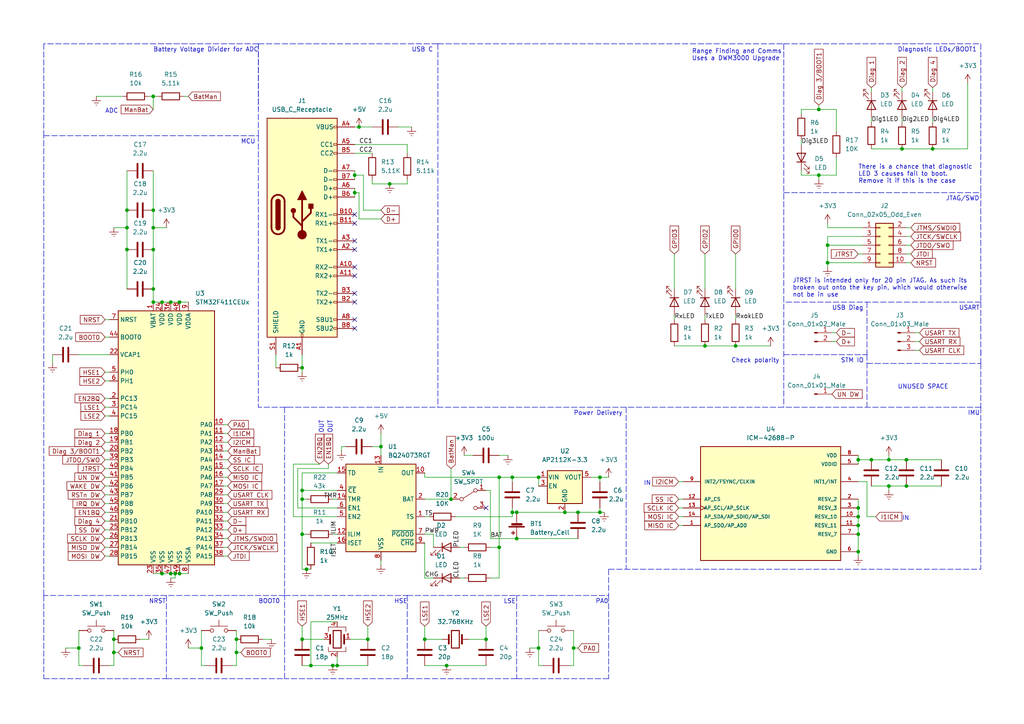
<source format=kicad_sch>
(kicad_sch (version 20231120) (generator "eeschema") (generator_version "8.0")
  (paper "A4")
  (title_block (title "Antares 1") (date "22/08/23") (rev "3") (company "Antares") (comment 1 "Upgrade: USB C, All things debouced/denoised correctly (I think)") (comment 2 "Fix: Battery will not explode when disconnected, 25Mhz Clock has correct symbol now") (comment 3 "Note: A pin of switch should stay floating") (comment 4 "To be ammended as new issues are found"))
  (junction (at 96.52 193.04))
  (junction (at 200.66 -29.21))
  (junction (at 36.83 72.39))
  (junction (at 166.37 -99.06))
  (junction (at 193.04 -91.44))
  (junction (at 113.03 53.34))
  (junction (at 152.4 -31.75))
  (junction (at 223.52 -24.13))
  (junction (at 257.81 133.35))
  (junction (at 36.83 60.96))
  (junction (at 87.63 144.78))
  (junction (at 223.52 -53.34))
  (junction (at 160.02 -57.15))
  (junction (at 152.4 -36.83))
  (junction (at 160.02 -64.77))
  (junction (at 149.86 148.59))
  (junction (at 201.93 -91.44))
  (junction (at 68.58 185.42))
  (junction (at 223.52 -60.96))
  (junction (at 130.81 144.78))
  (junction (at 240.03 71.12))
  (junction (at 175.26 -91.44))
  (junction (at 163.83 148.59))
  (junction (at 87.63 185.42))
  (junction (at 143.51 -59.69))
  (junction (at 87.63 142.24))
  (junction (at 46.99 87.63))
  (junction (at 257.81 140.97))
  (junction (at 248.92 149.86))
  (junction (at 104.14 36.83))
  (junction (at 149.86 156.21))
  (junction (at 68.58 189.23))
  (junction (at 123.19 185.42))
  (junction (at 223.52 -55.88))
  (junction (at 195.58 -91.44))
  (junction (at 252.73 -72.39))
  (junction (at 44.45 27.94))
  (junction (at 182.88 -29.21))
  (junction (at 205.74 -29.21))
  (junction (at 90.17 193.04))
  (junction (at 187.96 -107.95))
  (junction (at 262.89 133.35))
  (junction (at 36.83 66.04))
  (junction (at 97.79 193.04))
  (junction (at 240.03 76.2))
  (junction (at 58.42 187.96))
  (junction (at 148.59 148.59))
  (junction (at 110.49 -82.55))
  (junction (at 261.62 -86.36))
  (junction (at 185.42 -91.44))
  (junction (at 262.89 140.97))
  (junction (at 44.45 66.04))
  (junction (at 223.52 -19.05))
  (junction (at 144.78 158.75))
  (junction (at 106.68 185.42))
  (junction (at 52.07 87.63))
  (junction (at 271.78 -72.39))
  (junction (at 270.51 43.18))
  (junction (at 248.92 152.4))
  (junction (at 187.96 -91.44))
  (junction (at 261.62 43.18))
  (junction (at 44.45 72.39))
  (junction (at 203.2 -29.21))
  (junction (at 166.37 187.96))
  (junction (at 271.78 -64.77))
  (junction (at 198.12 -29.21))
  (junction (at 173.99 148.59))
  (junction (at 49.53 87.63))
  (junction (at 148.59 138.43))
  (junction (at 200.66 -91.44))
  (junction (at 233.68 -24.13))
  (junction (at 88.9 165.1))
  (junction (at 110.49 129.54))
  (junction (at 52.07 166.37))
  (junction (at 33.02 189.23))
  (junction (at 156.21 187.96))
  (junction (at 204.47 100.33))
  (junction (at 49.53 166.37))
  (junction (at 129.54 193.04))
  (junction (at 33.02 185.42))
  (junction (at 248.92 160.02))
  (junction (at 213.36 -19.05))
  (junction (at 44.45 83.82))
  (junction (at 248.92 133.35))
  (junction (at 44.45 87.63))
  (junction (at 223.52 -58.42))
  (junction (at 87.63 154.94))
  (junction (at 252.73 133.35))
  (junction (at 180.34 -29.21))
  (junction (at 185.42 -29.21))
  (junction (at 50.8 166.37))
  (junction (at 102.87 50.8))
  (junction (at 213.36 100.33))
  (junction (at 87.63 106.68))
  (junction (at 46.99 166.37))
  (junction (at 237.49 31.75))
  (junction (at 142.24 -36.83))
  (junction (at 167.64 148.59))
  (junction (at 248.92 154.94))
  (junction (at 144.78 138.43))
  (junction (at 180.34 -91.44))
  (junction (at 173.99 138.43))
  (junction (at 248.92 147.32))
  (junction (at 140.97 185.42))
  (junction (at 44.45 60.96))
  (junction (at 237.49 50.8))
  (junction (at 203.2 -91.44))
  (junction (at 22.86 187.96))
  (junction (at 102.87 55.88))
  (junction (at 156.21 138.43))
  (no_connect (at 102.87 62.23))
  (no_connect (at 102.87 69.85))
  (no_connect (at 102.87 64.77))
  (no_connect (at 102.87 95.25))
  (no_connect (at 102.87 87.63))
  (no_connect (at 102.87 92.71))
  (no_connect (at 102.87 85.09))
  (no_connect (at 102.87 72.39))
  (no_connect (at 102.87 77.47))
  (no_connect (at 102.87 80.01))
  (no_connect (at 165.1 -67.31))
  (no_connect (at 140.97 147.32))
  (wire (pts (xy 171.45 138.43) (xy 173.99 138.43)))
  (wire (pts (xy 177.8 -107.95) (xy 175.26 -107.95)))
  (wire (pts (xy 196.85 139.7) (xy 198.12 139.7)))
  (wire (pts (xy 153.67 -88.9) (xy 153.67 -85.09)))
  (wire (pts (xy 165.1 -80.01) (xy 160.02 -80.01)))
  (wire (pts (xy 123.19 157.48) (xy 123.19 167.64)))
  (wire (pts (xy 195.58 -34.29) (xy 195.58 -25.4)))
  (wire (pts (xy 142.24 167.64) (xy 144.78 167.64)))
  (wire (pts (xy 85.09 134.62) (xy 92.71 134.62)))
  (wire (pts (xy 90.17 193.04) (xy 96.52 193.04)))
  (wire (pts (xy 66.04 130.81) (xy 64.77 130.81)))
  (wire (pts (xy 30.48 143.51) (xy 31.75 143.51)))
  (polyline (pts (xy 284.48 118.11) (xy 284.48 165.1)) (stroke (width 0) (type dash)))
  (wire (pts (xy 64.77 146.05) (xy 66.04 146.05)))
  (wire (pts (xy 49.53 167.64) (xy 50.8 167.64)))
  (polyline (pts (xy 82.55 196.85) (xy 82.55 172.72)) (stroke (width 0) (type dash)))
  (wire (pts (xy 142.24 -41.91) (xy 142.24 -36.83)))
  (wire (pts (xy 252.73 140.97) (xy 257.81 140.97)))
  (wire (pts (xy 162.56 -99.06) (xy 166.37 -99.06)))
  (polyline (pts (xy 118.11 196.85) (xy 82.55 196.85)) (stroke (width 0) (type dash)))
  (wire (pts (xy 30.48 128.27) (xy 31.75 128.27)))
  (wire (pts (xy 110.49 162.56) (xy 110.49 163.83)))
  (polyline (pts (xy 176.53 118.11) (xy 74.93 118.11)) (stroke (width 0) (type dash)))
  (wire (pts (xy 156.21 -74.93) (xy 165.1 -74.93)))
  (wire (pts (xy 104.14 -82.55) (xy 110.49 -82.55)))
  (wire (pts (xy 195.58 73.66) (xy 195.58 83.82)))
  (wire (pts (xy 30.48 146.05) (xy 31.75 146.05)))
  (wire (pts (xy 102.87 55.88) (xy 104.14 55.88)))
  (wire (pts (xy 185.42 -29.21) (xy 198.12 -29.21)))
  (wire (pts (xy 270.51 34.29) (xy 270.51 35.56)))
  (wire (pts (xy 87.63 144.78) (xy 87.63 154.94)))
  (wire (pts (xy 104.14 55.88) (xy 104.14 63.5)))
  (wire (pts (xy 240.03 76.2) (xy 250.19 76.2)))
  (wire (pts (xy 237.49 50.8) (xy 232.41 50.8)))
  (wire (pts (xy 205.74 -34.29) (xy 205.74 -29.21)))
  (wire (pts (xy 66.04 128.27) (xy 64.77 128.27)))
  (wire (pts (xy 172.72 -34.29) (xy 172.72 -25.4)))
  (polyline (pts (xy 176.53 196.85) (xy 160.02 196.85)) (stroke (width 0) (type dash)))
  (polyline (pts (xy 149.86 172.72) (xy 149.86 196.85)) (stroke (width 0) (type dash)))
  (wire (pts (xy 264.16 73.66) (xy 262.89 73.66)))
  (wire (pts (xy 187.96 -21.59) (xy 187.96 -19.05)))
  (wire (pts (xy 22.86 193.04) (xy 24.13 193.04)))
  (wire (pts (xy 196.85 144.78) (xy 198.12 144.78)))
  (wire (pts (xy 104.14 36.83) (xy 107.95 36.83)))
  (wire (pts (xy 218.44 -68.58) (xy 223.52 -68.58)))
  (wire (pts (xy 22.86 182.88) (xy 22.86 187.96)))
  (wire (pts (xy 64.77 148.59) (xy 66.04 148.59)))
  (polyline (pts (xy 176.53 165.1) (xy 284.48 165.1)) (stroke (width 0) (type dash)))
  (wire (pts (xy 180.34 -34.29) (xy 180.34 -29.21)))
  (wire (pts (xy 177.8 -34.29) (xy 177.8 -29.21)))
  (wire (pts (xy 248.92 139.7) (xy 251.46 139.7)))
  (wire (pts (xy 118.11 52.07) (xy 118.11 53.34)))
  (wire (pts (xy 262.89 133.35) (xy 273.05 133.35)))
  (wire (pts (xy 210.82 -34.29) (xy 210.82 -29.21)))
  (wire (pts (xy 213.36 73.66) (xy 213.36 83.82)))
  (wire (pts (xy 64.77 135.89) (xy 66.04 135.89)))
  (wire (pts (xy 64.77 153.67) (xy 66.04 153.67)))
  (wire (pts (xy 66.04 125.73) (xy 64.77 125.73)))
  (polyline (pts (xy 12.7 12.7) (xy 12.7 39.37)) (stroke (width 0) (type dash)))
  (wire (pts (xy 240.03 77.47) (xy 240.03 76.2)))
  (wire (pts (xy 102.87 41.91) (xy 118.11 41.91)))
  (polyline (pts (xy 12.7 172.72) (xy 12.7 196.85)) (stroke (width 0) (type dash)))
  (polyline (pts (xy 82.55 172.72) (xy 118.11 172.72)) (stroke (width 0) (type dash)))
  (wire (pts (xy 205.74 -29.21) (xy 208.28 -29.21)))
  (wire (pts (xy 33.02 66.04) (xy 36.83 66.04)))
  (wire (pts (xy 33.02 189.23) (xy 34.29 189.23)))
  (wire (pts (xy 152.4 -41.91) (xy 152.4 -36.83)))
  (polyline (pts (xy 284.48 105.41) (xy 284.48 118.11)) (stroke (width 0) (type dash)))
  (wire (pts (xy 198.12 -29.21) (xy 200.66 -29.21)))
  (polyline (pts (xy 227.33 12.7) (xy 227.33 12.7)) (stroke (width 0) (type dash)))
  (wire (pts (xy 248.92 147.32) (xy 248.92 149.86)))
  (wire (pts (xy 66.04 143.51) (xy 64.77 143.51)))
  (wire (pts (xy 88.9 165.1) (xy 90.17 165.1)))
  (wire (pts (xy 166.37 182.88) (xy 166.37 187.96)))
  (wire (pts (xy 50.8 166.37) (xy 52.07 166.37)))
  (wire (pts (xy 213.36 100.33) (xy 223.52 100.33)))
  (wire (pts (xy 102.87 55.88) (xy 102.87 57.15)))
  (wire (pts (xy 223.52 -53.34) (xy 223.52 -44.45)))
  (wire (pts (xy 30.48 140.97) (xy 31.75 140.97)))
  (wire (pts (xy 86.36 147.32) (xy 86.36 135.89)))
  (wire (pts (xy 123.19 138.43) (xy 144.78 138.43)))
  (wire (pts (xy 130.81 135.89) (xy 130.81 144.78)))
  (wire (pts (xy 218.44 -53.34) (xy 223.52 -53.34)))
  (wire (pts (xy 149.86 148.59) (xy 163.83 148.59)))
  (wire (pts (xy 115.57 36.83) (xy 119.38 36.83)))
  (wire (pts (xy 196.85 147.32) (xy 198.12 147.32)))
  (wire (pts (xy 118.11 53.34) (xy 113.03 53.34)))
  (polyline (pts (xy 251.46 102.87) (xy 251.46 118.11)) (stroke (width 0) (type dash)))
  (wire (pts (xy 30.48 133.35) (xy 31.75 133.35)))
  (wire (pts (xy 242.57 96.52) (xy 241.3 96.52)))
  (wire (pts (xy 182.88 -92.71) (xy 182.88 -87.63)))
  (wire (pts (xy 66.04 158.75) (xy 64.77 158.75)))
  (wire (pts (xy 242.57 31.75) (xy 242.57 38.1)))
  (wire (pts (xy 271.78 -72.39) (xy 278.13 -72.39)))
  (wire (pts (xy 36.83 60.96) (xy 36.83 66.04)))
  (wire (pts (xy 233.68 -24.13) (xy 223.52 -24.13)))
  (wire (pts (xy 203.2 -91.44) (xy 218.44 -91.44)))
  (wire (pts (xy 196.85 -97.79) (xy 196.85 -99.06)))
  (wire (pts (xy 203.2 -34.29) (xy 203.2 -29.21)))
  (wire (pts (xy 102.87 36.83) (xy 104.14 36.83)))
  (wire (pts (xy 100.33 129.54) (xy 99.06 129.54)))
  (polyline (pts (xy 160.02 172.72) (xy 176.53 172.72)) (stroke (width 0) (type dash)))
  (wire (pts (xy 156.21 138.43) (xy 156.21 140.97)))
  (polyline (pts (xy 74.93 12.7) (xy 12.7 12.7)) (stroke (width 0) (type dash)))
  (polyline (pts (xy 176.53 165.1) (xy 176.53 172.72)) (stroke (width 0) (type dash)))
  (wire (pts (xy 148.59 139.7) (xy 148.59 138.43)))
  (wire (pts (xy 190.5 -92.71) (xy 190.5 -87.63)))
  (wire (pts (xy 58.42 193.04) (xy 59.69 193.04)))
  (wire (pts (xy 44.45 49.53) (xy 44.45 60.96)))
  (wire (pts (xy 107.95 53.34) (xy 113.03 53.34)))
  (wire (pts (xy 44.45 66.04) (xy 44.45 72.39)))
  (wire (pts (xy 90.17 157.48) (xy 97.79 157.48)))
  (wire (pts (xy 177.8 -29.21) (xy 180.34 -29.21)))
  (wire (pts (xy 218.44 -58.42) (xy 223.52 -58.42)))
  (wire (pts (xy 135.89 185.42) (xy 140.97 185.42)))
  (wire (pts (xy 218.44 -48.26) (xy 227.33 -48.26)))
  (wire (pts (xy 175.26 -87.63) (xy 175.26 -91.44)))
  (wire (pts (xy 36.83 72.39) (xy 36.83 83.82)))
  (wire (pts (xy 144.78 158.75) (xy 142.24 158.75)))
  (wire (pts (xy 157.48 -64.77) (xy 160.02 -64.77)))
  (polyline (pts (xy 74.93 12.7) (xy 127 12.7)) (stroke (width 0) (type dash)))
  (wire (pts (xy 173.99 138.43) (xy 176.53 138.43)))
  (wire (pts (xy 66.04 161.29) (xy 64.77 161.29)))
  (wire (pts (xy 266.7 96.52) (xy 265.43 96.52)))
  (wire (pts (xy 52.07 87.63) (xy 54.61 87.63)))
  (wire (pts (xy 30.48 138.43) (xy 31.75 138.43)))
  (wire (pts (xy 68.58 189.23) (xy 69.85 189.23)))
  (wire (pts (xy 30.48 92.71) (xy 31.75 92.71)))
  (wire (pts (xy 200.66 -91.44) (xy 200.66 -87.63)))
  (wire (pts (xy 266.7 99.06) (xy 265.43 99.06)))
  (polyline (pts (xy 74.93 39.37) (xy 74.93 12.7)) (stroke (width 0) (type dash)))
  (wire (pts (xy 250.19 66.04) (xy 240.03 66.04)))
  (wire (pts (xy 87.63 154.94) (xy 88.9 154.94)))
  (wire (pts (xy 30.48 158.75) (xy 31.75 158.75)))
  (polyline (pts (xy 118.11 172.72) (xy 118.11 196.85)) (stroke (width 0) (type dash)))
  (wire (pts (xy 180.34 -91.44) (xy 180.34 -87.63)))
  (wire (pts (xy 156.21 -72.39) (xy 165.1 -72.39)))
  (wire (pts (xy 204.47 100.33) (xy 213.36 100.33)))
  (wire (pts (xy 242.57 99.06) (xy 241.3 99.06)))
  (wire (pts (xy 44.45 87.63) (xy 46.99 87.63)))
  (polyline (pts (xy 284.48 118.11) (xy 176.53 118.11)) (stroke (width 0) (type dash)))
  (polyline (pts (xy 227.33 12.7) (xy 284.48 12.7)) (stroke (width 0) (type dash)))
  (wire (pts (xy 182.88 -29.21) (xy 185.42 -29.21)))
  (wire (pts (xy 97.79 137.16) (xy 87.63 137.16)))
  (polyline (pts (xy 127 12.7) (xy 127 118.11)) (stroke (width 0) (type dash)))
  (wire (pts (xy 36.83 66.04) (xy 36.83 72.39)))
  (wire (pts (xy 149.86 156.21) (xy 167.64 156.21)))
  (wire (pts (xy 166.37 187.96) (xy 167.64 187.96)))
  (wire (pts (xy 118.11 41.91) (xy 118.11 44.45)))
  (wire (pts (xy 30.48 153.67) (xy 31.75 153.67)))
  (wire (pts (xy 173.99 148.59) (xy 175.26 148.59)))
  (wire (pts (xy 110.49 129.54) (xy 110.49 132.08)))
  (wire (pts (xy 261.62 -64.77) (xy 271.78 -64.77)))
  (wire (pts (xy 153.67 -80.01) (xy 153.67 -77.47)))
  (wire (pts (xy 123.19 167.64) (xy 125.73 167.64)))
  (wire (pts (xy 223.52 -24.13) (xy 213.36 -24.13)))
  (wire (pts (xy 64.77 151.13) (xy 66.04 151.13)))
  (wire (pts (xy 271.78 -63.5) (xy 271.78 -64.77)))
  (wire (pts (xy 97.79 149.86) (xy 85.09 149.86)))
  (wire (pts (xy 156.21 -54.61) (xy 165.1 -54.61)))
  (wire (pts (xy 280.67 24.13) (xy 280.67 43.18)))
  (wire (pts (xy 144.78 158.75) (xy 144.78 167.64)))
  (wire (pts (xy 213.36 91.44) (xy 213.36 92.71)))
  (wire (pts (xy 148.59 149.86) (xy 148.59 148.59)))
  (polyline (pts (xy 74.93 12.7) (xy 74.93 31.75)) (stroke (width 0) (type dash)))
  (wire (pts (xy 97.79 147.32) (xy 86.36 147.32)))
  (polyline (pts (xy 251.46 87.63) (xy 251.46 102.87)) (stroke (width 0) (type dash)))
  (wire (pts (xy 213.36 -19.05) (xy 223.52 -19.05)))
  (wire (pts (xy 110.49 -85.09) (xy 110.49 -82.55)))
  (wire (pts (xy 252.73 -77.47) (xy 252.73 -72.39)))
  (wire (pts (xy 133.35 167.64) (xy 134.62 167.64)))
  (wire (pts (xy 261.62 25.4) (xy 261.62 26.67)))
  (wire (pts (xy 261.62 34.29) (xy 261.62 35.56)))
  (wire (pts (xy 185.42 -34.29) (xy 185.42 -29.21)))
  (wire (pts (xy 195.58 -91.44) (xy 195.58 -87.63)))
  (wire (pts (xy 102.87 54.61) (xy 102.87 55.88)))
  (polyline (pts (xy 83.82 118.11) (xy 82.55 118.11)) (stroke (width 0) (type dash)))
  (wire (pts (xy 96.52 154.94) (xy 97.79 154.94)))
  (wire (pts (xy 250.19 68.58) (xy 240.03 68.58)))
  (wire (pts (xy 49.53 166.37) (xy 50.8 166.37)))
  (wire (pts (xy 148.59 138.43) (xy 156.21 138.43)))
  (wire (pts (xy 68.58 193.04) (xy 68.58 189.23)))
  (wire (pts (xy 110.49 60.96) (xy 105.41 60.96)))
  (wire (pts (xy 248.92 154.94) (xy 248.92 160.02)))
  (wire (pts (xy 87.63 142.24) (xy 97.79 142.24)))
  (wire (pts (xy 87.63 106.68) (xy 87.63 107.95)))
  (wire (pts (xy 67.31 193.04) (xy 68.58 193.04)))
  (wire (pts (xy 54.61 187.96) (xy 58.42 187.96)))
  (wire (pts (xy 152.4 -31.75) (xy 152.4 -29.21)))
  (wire (pts (xy 262.89 -86.36) (xy 261.62 -86.36)))
  (wire (pts (xy 30.48 156.21) (xy 31.75 156.21)))
  (wire (pts (xy 257.81 132.08) (xy 257.81 133.35)))
  (wire (pts (xy 232.41 50.8) (xy 232.41 49.53)))
  (wire (pts (xy 280.67 43.18) (xy 270.51 43.18)))
  (wire (pts (xy 87.63 165.1) (xy 88.9 165.1)))
  (wire (pts (xy 264.16 66.04) (xy 262.89 66.04)))
  (wire (pts (xy 97.79 193.04) (xy 106.68 193.04)))
  (wire (pts (xy 200.66 -91.44) (xy 201.93 -91.44)))
  (wire (pts (xy 200.66 -29.21) (xy 203.2 -29.21)))
  (polyline (pts (xy 149.86 196.85) (xy 118.11 196.85)) (stroke (width 0) (type dash)))
  (wire (pts (xy 240.03 68.58) (xy 240.03 71.12)))
  (wire (pts (xy 68.58 189.23) (xy 68.58 185.42)))
  (wire (pts (xy 96.52 193.04) (xy 97.79 193.04)))
  (wire (pts (xy 30.48 107.95) (xy 31.75 107.95)))
  (wire (pts (xy 237.49 31.75) (xy 242.57 31.75)))
  (wire (pts (xy 271.78 -72.39) (xy 271.78 -69.85)))
  (wire (pts (xy 123.19 149.86) (xy 124.46 149.86)))
  (wire (pts (xy 30.48 110.49) (xy 31.75 110.49)))
  (wire (pts (xy 252.73 34.29) (xy 252.73 35.56)))
  (wire (pts (xy 87.63 102.87) (xy 87.63 106.68)))
  (wire (pts (xy 30.48 118.11) (xy 31.75 118.11)))
  (wire (pts (xy 261.62 -77.47) (xy 261.62 -86.36)))
  (wire (pts (xy 44.45 72.39) (xy 44.45 83.82)))
  (wire (pts (xy 80.01 102.87) (xy 80.01 106.68)))
  (wire (pts (xy 248.92 144.78) (xy 248.92 147.32)))
  (wire (pts (xy 175.26 -107.95) (xy 175.26 -91.44)))
  (wire (pts (xy 242.57 45.72) (xy 242.57 50.8)))
  (wire (pts (xy 105.41 50.8) (xy 105.41 60.96)))
  (wire (pts (xy 106.68 181.61) (xy 106.68 185.42)))
  (wire (pts (xy 156.21 -52.07) (xy 165.1 -52.07)))
  (wire (pts (xy 160.02 -46.99) (xy 165.1 -46.99)))
  (wire (pts (xy 240.03 64.77) (xy 240.03 66.04)))
  (wire (pts (xy 143.51 -62.23) (xy 143.51 -59.69)))
  (wire (pts (xy 44.45 27.94) (xy 44.45 31.75)))
  (wire (pts (xy 44.45 27.94) (xy 45.72 27.94)))
  (wire (pts (xy 160.02 -57.15) (xy 160.02 -46.99)))
  (wire (pts (xy 44.45 166.37) (xy 46.99 166.37)))
  (wire (pts (xy 165.1 -59.69) (xy 143.51 -59.69)))
  (wire (pts (xy 223.52 -55.88) (xy 223.52 -53.34)))
  (wire (pts (xy 194.31 -97.79) (xy 196.85 -97.79)))
  (wire (pts (xy 87.63 144.78) (xy 88.9 144.78)))
  (wire (pts (xy 193.04 -91.44) (xy 195.58 -91.44)))
  (wire (pts (xy 156.21 -69.85) (xy 165.1 -69.85)))
  (wire (pts (xy 102.87 49.53) (xy 102.87 50.8)))
  (wire (pts (xy 193.04 -91.44) (xy 193.04 -87.63)))
  (wire (pts (xy 261.62 43.18) (xy 270.51 43.18)))
  (wire (pts (xy 46.99 166.37) (xy 49.53 166.37)))
  (wire (pts (xy 134.62 132.08) (xy 137.16 132.08)))
  (wire (pts (xy 144.78 132.08) (xy 147.32 132.08)))
  (wire (pts (xy 15.24 105.41) (xy 15.24 102.87)))
  (wire (pts (xy 30.48 135.89) (xy 31.75 135.89)))
  (wire (pts (xy 232.41 31.75) (xy 237.49 31.75)))
  (wire (pts (xy 240.03 71.12) (xy 240.03 76.2)))
  (wire (pts (xy 223.52 -19.05) (xy 223.52 -16.51)))
  (wire (pts (xy 132.08 149.86) (xy 148.59 149.86)))
  (wire (pts (xy 140.97 181.61) (xy 140.97 185.42)))
  (wire (pts (xy 248.92 152.4) (xy 248.92 154.94)))
  (wire (pts (xy 182.88 -34.29) (xy 182.88 -29.21)))
  (wire (pts (xy 160.02 -64.77) (xy 160.02 -57.15)))
  (wire (pts (xy 64.77 140.97) (xy 66.04 140.97)))
  (wire (pts (xy 125.73 158.75) (xy 125.73 154.94)))
  (polyline (pts (xy 127 12.7) (xy 227.33 12.7)) (stroke (width 0) (type dash)))
  (wire (pts (xy 175.26 -91.44) (xy 180.34 -91.44)))
  (wire (pts (xy 19.05 187.96) (xy 22.86 187.96)))
  (wire (pts (xy 102.87 44.45) (xy 107.95 44.45)))
  (polyline (pts (xy 181.61 118.11) (xy 181.61 165.1)) (stroke (width 0) (type dash)))
  (wire (pts (xy 166.37 -99.06) (xy 177.8 -99.06)))
  (wire (pts (xy 248.92 -72.39) (xy 252.73 -72.39)))
  (polyline (pts (xy 227.33 12.7) (xy 227.33 118.11)) (stroke (width 0) (type dash)))
  (wire (pts (xy 233.68 -19.05) (xy 223.52 -19.05)))
  (wire (pts (xy 97.79 190.5) (xy 97.79 193.04)))
  (wire (pts (xy 107.95 52.07) (xy 107.95 53.34)))
  (wire (pts (xy 223.52 -29.21) (xy 223.52 -24.13)))
  (wire (pts (xy 110.49 -82.55) (xy 110.49 -80.01)))
  (polyline (pts (xy 284.48 55.88) (xy 284.48 87.63)) (stroke (width 0) (type dash)))
  (wire (pts (xy 166.37 -91.44) (xy 166.37 -88.9)))
  (wire (pts (xy 142.24 156.21) (xy 149.86 156.21)))
  (wire (pts (xy 144.78 138.43) (xy 148.59 138.43)))
  (wire (pts (xy 30.48 130.81) (xy 31.75 130.81)))
  (wire (pts (xy 64.77 138.43) (xy 66.04 138.43)))
  (wire (pts (xy 187.96 -34.29) (xy 187.96 -26.67)))
  (wire (pts (xy 261.62 -67.31) (xy 261.62 -64.77)))
  (wire (pts (xy 40.64 185.42) (xy 43.18 185.42)))
  (wire (pts (xy 193.04 -34.29) (xy 193.04 -25.4)))
  (wire (pts (xy 33.02 185.42) (xy 33.02 189.23)))
  (wire (pts (xy 66.04 156.21) (xy 64.77 156.21)))
  (wire (pts (xy 52.07 166.37) (xy 54.61 166.37)))
  (wire (pts (xy 208.28 -29.21) (xy 208.28 -34.29)))
  (wire (pts (xy 165.1 193.04) (xy 166.37 193.04)))
  (wire (pts (xy 156.21 193.04) (xy 156.21 187.96)))
  (wire (pts (xy 49.53 87.63) (xy 52.07 87.63)))
  (wire (pts (xy 237.49 52.07) (xy 237.49 50.8)))
  (wire (pts (xy 204.47 91.44) (xy 204.47 92.71)))
  (wire (pts (xy 252.73 43.18) (xy 261.62 43.18)))
  (polyline (pts (xy 284.48 101.6) (xy 284.48 105.41)) (stroke (width 0) (type dash)))
  (wire (pts (xy 87.63 154.94) (xy 87.63 165.1)))
  (wire (pts (xy 233.68 -29.21) (xy 233.68 -24.13)))
  (wire (pts (xy 50.8 166.37) (xy 50.8 167.64)))
  (polyline (pts (xy 12.7 39.37) (xy 74.93 39.37)) (stroke (width 0) (type dash)))
  (wire (pts (xy 248.92 133.35) (xy 248.92 134.62)))
  (wire (pts (xy 180.34 -91.44) (xy 185.42 -91.44)))
  (wire (pts (xy 64.77 133.35) (xy 66.04 133.35)))
  (wire (pts (xy 125.73 -36.83) (xy 125.73 -34.29)))
  (polyline (pts (xy 12.7 196.85) (xy 48.26 196.85)) (stroke (width 0) (type dash)))
  (wire (pts (xy 160.02 -64.77) (xy 165.1 -64.77)))
  (wire (pts (xy 195.58 91.44) (xy 195.58 92.71)))
  (wire (pts (xy 166.37 187.96) (xy 166.37 193.04)))
  (wire (pts (xy 153.67 -77.47) (xy 165.1 -77.47)))
  (wire (pts (xy 198.12 -34.29) (xy 198.12 -29.21)))
  (wire (pts (xy 251.46 149.86) (xy 254 149.86)))
  (wire (pts (xy 53.34 27.94) (xy 54.61 27.94)))
  (wire (pts (xy 125.73 -44.45) (xy 125.73 -41.91)))
  (wire (pts (xy 36.83 49.53) (xy 36.83 60.96)))
  (wire (pts (xy 44.45 60.96) (xy 44.45 66.04)))
  (wire (pts (xy 185.42 -91.44) (xy 187.96 -91.44)))
  (wire (pts (xy 223.52 -58.42) (xy 223.52 -55.88)))
  (wire (pts (xy 123.19 193.04) (xy 129.54 193.04)))
  (wire (pts (xy 266.7 101.6) (xy 265.43 101.6)))
  (wire (pts (xy 185.42 -91.44) (xy 185.42 -87.63)))
  (wire (pts (xy 87.63 193.04) (xy 90.17 193.04)))
  (wire (pts (xy 196.85 149.86) (xy 198.12 149.86)))
  (wire (pts (xy 95.25 134.62) (xy 95.25 135.89)))
  (wire (pts (xy 107.95 129.54) (xy 110.49 129.54)))
  (polyline (pts (xy 82.55 172.72) (xy 12.7 172.72)) (stroke (width 0) (type dash)))
  (wire (pts (xy 252.73 133.35) (xy 257.81 133.35)))
  (wire (pts (xy 194.31 -92.71) (xy 190.5 -92.71)))
  (wire (pts (xy 160.02 -80.01) (xy 160.02 -64.77)))
  (wire (pts (xy 156.21 -49.53) (xy 165.1 -49.53)))
  (wire (pts (xy 223.52 -68.58) (xy 223.52 -60.96)))
  (polyline (pts (xy 74.93 39.37) (xy 74.93 118.11)) (stroke (width 0) (type dash)))
  (wire (pts (xy 264.16 68.58) (xy 262.89 68.58)))
  (wire (pts (xy 204.47 73.66) (xy 204.47 83.82)))
  (wire (pts (xy 85.09 149.86) (xy 85.09 134.62)))
  (wire (pts (xy 33.02 182.88) (xy 33.02 185.42)))
  (wire (pts (xy 182.88 -119.38) (xy 182.88 -116.84)))
  (wire (pts (xy 76.2 185.42) (xy 78.74 185.42)))
  (wire (pts (xy 223.52 -60.96) (xy 223.52 -58.42)))
  (wire (pts (xy 96.52 144.78) (xy 97.79 144.78)))
  (wire (pts (xy 264.16 71.12) (xy 262.89 71.12)))
  (wire (pts (xy 101.6 185.42) (xy 106.68 185.42)))
  (wire (pts (xy 187.96 -107.95) (xy 187.96 -91.44)))
  (wire (pts (xy 142.24 142.24) (xy 142.24 156.21)))
  (wire (pts (xy 44.45 87.63) (xy 44.45 83.82)))
  (wire (pts (xy 87.63 181.61) (xy 87.63 185.42)))
  (wire (pts (xy 46.99 87.63) (xy 49.53 87.63)))
  (wire (pts (xy 218.44 -76.2) (xy 227.33 -76.2)))
  (wire (pts (xy 153.67 187.96) (xy 156.21 187.96)))
  (wire (pts (xy 257.81 140.97) (xy 262.89 140.97)))
  (wire (pts (xy 144.78 -99.06) (xy 149.86 -99.06)))
  (wire (pts (xy 203.2 -91.44) (xy 203.2 -87.63)))
  (wire (pts (xy 265.43 -72.39) (xy 271.78 -72.39)))
  (wire (pts (xy 129.54 193.04) (xy 140.97 193.04)))
  (wire (pts (xy 187.96 -91.44) (xy 187.96 -87.63)))
  (wire (pts (xy 68.58 185.42) (xy 68.58 182.88)))
  (wire (pts (xy 218.44 -60.96) (xy 223.52 -60.96)))
  (wire (pts (xy 177.8 -99.06) (xy 177.8 -87.63)))
  (wire (pts (xy 173.99 148.59) (xy 173.99 147.32)))
  (wire (pts (xy 205.74 -99.06) (xy 205.74 -87.63)))
  (wire (pts (xy 264.16 76.2) (xy 262.89 76.2)))
  (wire (pts (xy 123.19 138.43) (xy 123.19 137.16)))
  (wire (pts (xy 22.86 102.87) (xy 31.75 102.87)))
  (wire (pts (xy 148.59 147.32) (xy 148.59 148.59)))
  (wire (pts (xy 22.86 187.96) (xy 22.86 193.04)))
  (wire (pts (xy 270.51 25.4) (xy 270.51 26.67)))
  (wire (pts (xy 87.63 137.16) (xy 87.63 142.24)))
  (wire (pts (xy 175.26 -34.29) (xy 175.26 -25.4)))
  (wire (pts (xy 104.14 63.5) (xy 110.49 63.5)))
  (wire (pts (xy 218.44 -55.88) (xy 223.52 -55.88)))
  (wire (pts (xy 102.87 50.8) (xy 102.87 52.07)))
  (polyline (pts (xy 160.02 172.72) (xy 149.86 172.72)) (stroke (width 0) (type dash)))
  (wire (pts (xy 195.58 100.33) (xy 204.47 100.33)))
  (wire (pts (xy 201.93 -107.95) (xy 201.93 -91.44)))
  (wire (pts (xy 257.81 140.97) (xy 257.81 142.24)))
  (wire (pts (xy 133.35 158.75) (xy 134.62 158.75)))
  (wire (pts (xy 30.48 151.13) (xy 31.75 151.13)))
  (wire (pts (xy 252.73 25.4) (xy 252.73 26.67)))
  (wire (pts (xy 142.24 142.24) (xy 140.97 142.24)))
  (wire (pts (xy 156.21 187.96) (xy 156.21 182.88)))
  (wire (pts (xy 31.75 193.04) (xy 33.02 193.04)))
  (wire (pts (xy 195.58 -91.44) (xy 200.66 -91.44)))
  (wire (pts (xy 251.46 139.7) (xy 251.46 149.86)))
  (wire (pts (xy 232.41 31.75) (xy 232.41 33.02)))
  (polyline (pts (xy 48.26 172.72) (xy 48.26 196.85)) (stroke (width 0) (type dash)))
  (wire (pts (xy 237.49 50.8) (xy 242.57 50.8)))
  (polyline (pts (xy 284.48 87.63) (xy 227.33 87.63)) (stroke (width 0) (type dash)))
  (wire (pts (xy 142.24 -36.83) (xy 152.4 -36.83)))
  (wire (pts (xy 196.85 152.4) (xy 198.12 152.4)))
  (wire (pts (xy 123.19 185.42) (xy 128.27 185.42)))
  (wire (pts (xy 133.35 -59.69) (xy 135.89 -59.69)))
  (wire (pts (xy 44.45 66.04) (xy 48.26 66.04)))
  (wire (pts (xy 248.92 160.02) (xy 248.92 161.29)))
  (wire (pts (xy 43.18 27.94) (xy 44.45 27.94)))
  (wire (pts (xy 201.93 -91.44) (xy 203.2 -91.44)))
  (wire (pts (xy 252.73 -72.39) (xy 257.81 -72.39)))
  (wire (pts (xy 232.41 41.91) (xy 232.41 40.64)))
  (wire (pts (xy 237.49 30.48) (xy 237.49 31.75)))
  (wire (pts (xy 97.79 180.34) (xy 90.17 180.34)))
  (wire (pts (xy 30.48 97.79) (xy 31.75 97.79)))
  (wire (pts (xy 27.94 27.94) (xy 35.56 27.94)))
  (wire (pts (xy 110.49 125.73) (xy 110.49 129.54)))
  (wire (pts (xy 252.73 -86.36) (xy 261.62 -86.36)))
  (wire (pts (xy 180.34 -29.21) (xy 182.88 -29.21)))
  (wire (pts (xy 203.2 -29.21) (xy 203.2 -19.05)))
  (wire (pts (xy 152.4 -31.75) (xy 162.56 -31.75)))
  (wire (pts (xy 187.96 -91.44) (xy 193.04 -91.44)))
  (polyline (pts (xy 284.48 12.7) (xy 284.48 55.88)) (stroke (width 0) (type dash)))
  (wire (pts (xy 33.02 193.04) (xy 33.02 189.23)))
  (wire (pts (xy 123.19 181.61) (xy 123.19 185.42)))
  (polyline (pts (xy 149.86 196.85) (xy 160.02 196.85)) (stroke (width 0) (type dash)))
  (wire (pts (xy 30.48 125.73) (xy 31.75 125.73)))
  (wire (pts (xy 182.88 -99.06) (xy 182.88 -97.79)))
  (wire (pts (xy 58.42 187.96) (xy 58.42 193.04)))
  (polyline (pts (xy 251.46 105.41) (xy 284.48 105.41)) (stroke (width 0) (type dash)))
  (polyline (pts (xy 284.48 87.63) (xy 284.48 102.87)) (stroke (width 0) (type dash)))
  (wire (pts (xy 86.36 135.89) (xy 95.25 135.89)))
  (wire (pts (xy 30.48 115.57) (xy 31.75 115.57)))
  (wire (pts (xy 213.36 -19.05) (xy 203.2 -19.05)))
  (wire (pts (xy 200.66 -34.29) (xy 200.66 -29.21)))
  (polyline (pts (xy 118.11 172.72) (xy 149.86 172.72)) (stroke (width 0) (type dash)))
  (wire (pts (xy 196.85 -119.38) (xy 196.85 -116.84)))
  (polyline (pts (xy 227.33 102.87) (xy 251.46 102.87)) (stroke (width 0) (type dash)))
  (wire (pts (xy 144.78 138.43) (xy 144.78 158.75)))
  (wire (pts (xy 218.44 -73.66) (xy 227.33 -73.66)))
  (wire (pts (xy 64.77 123.19) (xy 66.04 123.19)))
  (wire (pts (xy 125.73 -44.45) (xy 165.1 -44.45)))
  (wire (pts (xy 203.2 -29.21) (xy 205.74 -29.21)))
  (wire (pts (xy 152.4 -36.83) (xy 162.56 -36.83)))
  (wire (pts (xy 210.82 -29.21) (xy 223.52 -29.21)))
  (polyline (pts (xy 82.55 118.11) (xy 82.55 172.72)) (stroke (width 0) (type dash)))
  (polyline (pts (xy 12.7 172.72) (xy 12.7 39.37)) (stroke (width 0) (type dash)))
  (wire (pts (xy 30.48 120.65) (xy 31.75 120.65)))
  (wire (pts (xy 90.17 180.34) (xy 90.17 193.04)))
  (wire (pts (xy 165.1 -41.91) (xy 152.4 -41.91)))
  (wire (pts (xy 252.73 -82.55) (xy 252.73 -86.36)))
  (wire (pts (xy 248.92 133.35) (xy 252.73 133.35)))
  (wire (pts (xy 142.24 -31.75) (xy 152.4 -31.75)))
  (wire (pts (xy 87.63 142.24) (xy 87.63 144.78)))
  (wire (pts (xy 102.87 50.8) (xy 105.41 50.8)))
  (wire (pts (xy 173.99 138.43) (xy 173.99 139.7)))
  (wire (pts (xy 123.19 144.78) (xy 130.81 144.78)))
  (polyline (pts (xy 176.53 172.72) (xy 176.53 196.85)) (stroke (width 0) (type dash)))
  (wire (pts (xy 166.37 -99.06) (xy 166.37 -96.52)))
  (wire (pts (xy 125.73 154.94) (xy 123.19 154.94)))
  (wire (pts (xy 87.63 185.42) (xy 93.98 185.42)))
  (wire (pts (xy 262.89 140.97) (xy 273.05 140.97)))
  (wire (pts (xy 148.59 148.59) (xy 149.86 148.59)))
  (wire (pts (xy 157.48 193.04) (xy 156.21 193.04)))
  (polyline (pts (xy 48.26 196.85) (xy 82.55 196.85)) (stroke (width 0) (type dash)))
  (wire (pts (xy 167.64 148.59) (xy 173.99 148.59)))
  (wire (pts (xy 218.44 -66.04) (xy 227.33 -66.04)))
  (wire (pts (xy 218.44 -50.8) (xy 227.33 -50.8)))
  (wire (pts (xy 58.42 182.88) (xy 58.42 187.96)))
  (wire (pts (xy 248.92 73.66) (xy 250.19 73.66)))
  (wire (pts (xy 240.03 71.12) (xy 250.19 71.12)))
  (wire (pts (xy 248.92 132.08) (xy 248.92 133.35)))
  (wire (pts (xy 257.81 133.35) (xy 262.89 133.35)))
  (wire (pts (xy 30.48 148.59) (xy 31.75 148.59)))
  (wire (pts (xy 99.06 129.54) (xy 99.06 130.81)))
  (wire (pts (xy 248.92 149.86) (xy 248.92 152.4)))
  (wire (pts (xy 160.02 -57.15) (xy 165.1 -57.15)))
  (wire (pts (xy 30.48 161.29) (xy 31.75 161.29)))
  (polyline (pts (xy 227.33 55.88) (xy 284.48 55.88)) (stroke (width 0) (type dash)))
  (wire (pts (xy 163.83 148.59) (xy 167.64 148.59)))
  (wire (pts (xy 187.96 -107.95) (xy 191.77 -107.95)))
  (text "Diagnostic LEDs/BOOT1" (at 260.35 15.24 0) (effects (font (size 1.27 1.27)) (justify left bottom)))
  (text "OUT\n" (at 93.98 125.73 90) (effects (font (size 1.27 1.27)) (justify left bottom)))
  (text "HSE" (at 114.3 175.26 0) (effects (font (size 1.27 1.27)) (justify left bottom)))
  (text "IN" (at 261.62 151.13 0) (effects (font (size 1.27 1.27)) (justify left bottom)))
  (text "USB Diag" (at 241.3 90.17 0) (effects (font (size 1.27 1.27)) (justify left bottom)))
  (text "MCU\n" (at 69.85 41.91 0) (effects (font (size 1.27 1.27)) (justify left bottom)))
  (text "Range Finding and Comms\nUses a DWM3000 Upgrade" (at 200.66 17.78 0) (effects (font (size 1.27 1.27)) (justify left bottom)))
  (text "USB C" (at 119.38 15.24 0) (effects (font (size 1.27 1.27)) (justify left bottom)))
  (text "PA0" (at 172.72 175.26 0) (effects (font (size 1.27 1.27)) (justify left bottom)))
  (text "BOOT0" (at 74.93 175.26 0) (effects (font (size 1.27 1.27)) (justify left bottom)))
  (text "Minimum BOM method,\nview datasheet for other methods" (at 99.06 -73.66 0) (effects (font (size 1.27 1.27)) (justify left bottom)))
  (text "JTRST is intended only for 20 pin JTAG. As such its \nbroken out onto the key pin, which would otherwise \nnot be in use" (at 229.87 86.36 0) (effects (font (size 1.27 1.27)) (justify left bottom)))
  (text "Check polarity" (at 212.09 105.41 0) (effects (font (size 1.27 1.27)) (justify left bottom)))
  (text "There is a chance that diagnostic\nLED 3 causes fail to boot.\nRemove it if this is the case" (at 248.92 53.34 0) (effects (font (size 1.27 1.27)) (justify left bottom)))
  (text "USART" (at 278.13 90.17 0) (effects (font (size 1.27 1.27)) (justify left bottom)))
  (text "IN" (at 186.69 140.97 0) (effects (font (size 1.27 1.27)) (justify left bottom)))
  (text "IMU" (at 280.67 120.65 0) (effects (font (size 1.27 1.27)) (justify left bottom)))
  (text "OUT" (at 96.52 125.73 90) (effects (font (size 1.27 1.27)) (justify left bottom)))
  (text "NRST" (at 43.18 175.26 0) (effects (font (size 1.27 1.27)) (justify left bottom)))
  (text "UNUSED SPACE" (at 260.35 113.03 0) (effects (font (size 1.27 1.27)) (justify left bottom)))
  (text "Power Delivery" (at 166.37 120.65 0) (effects (font (size 1.27 1.27)) (justify left bottom)))
  (text "ADC" (at 30.48 33.02 0) (effects (font (size 1.27 1.27)) (justify left bottom)))
  (text "STM IO" (at 243.84 105.41 0) (effects (font (size 1.27 1.27)) (justify left bottom)))
  (text "LSE" (at 146.05 175.26 0) (effects (font (size 1.27 1.27)) (justify left bottom)))
  (text "Battery Voltage Divider for ADC\n" (at 44.45 15.24 0) (effects (font (size 1.27 1.27)) (justify left bottom)))
  (text "JTAG/SWD" (at 274.32 58.42 0) (effects (font (size 1.27 1.27)) (justify left bottom)))
  (label "RxLED" (at 195.58 92.71 0))
  (label "TxLED" (at 204.47 92.71 0))
  (label "TS" (at 123.19 149.86 0))
  (label "BAT" (at 142.24 156.21 0))
  (label "Dig4LED" (at 270.51 35.56 0))
  (label "RxokLED" (at 213.36 92.71 0))
  (label "Dig2LED" (at 261.62 35.56 0))
  (label "ISET" (at 97.79 157.48 270))
  (label "PLED" (at 133.35 158.75 90))
  (label "Dig1LED" (at 252.73 35.56 0))
  (label "CC2" (at 104.14 44.45 0))
  (label "CC1" (at 104.14 41.91 0))
  (label "PWR" (at 123.19 154.94 0))
  (label "TMR" (at 97.79 144.78 180))
  (label "CLED" (at 133.35 167.64 90))
  (label "ILIM" (at 97.79 154.94 90))
  (label "Dig3LED" (at 232.41 41.91 0))
  (label "CHG" (at 123.19 167.64 0))
  (global_label "WAKE DW" (shape input) (at 30.48 140.97 180) (property "Intersheetrefs" "${INTERSHEET_REFS}" (effects (hide yes))))
  (global_label "SCLK DW" (shape input) (at 30.48 156.21 180) (property "Intersheetrefs" "${INTERSHEET_REFS}" (effects (hide yes))))
  (global_label "UN DW" (shape input) (at 241.3 114.3 0) (property "Intersheetrefs" "${INTERSHEET_REFS}" (effects (hide yes))))
  (global_label "BatMan" (shape input) (at 54.61 27.94 0) (property "Intersheetrefs" "${INTERSHEET_REFS}" (effects (hide yes))))
  (global_label "SS DW" (shape input) (at 156.21 -54.61 180) (property "Intersheetrefs" "${INTERSHEET_REFS}" (effects (hide yes))))
  (global_label "USART RX" (shape input) (at 266.7 99.06 0) (property "Intersheetrefs" "${INTERSHEET_REFS}" (effects (hide yes))))
  (global_label "JTDI" (shape input) (at 264.16 73.66 0) (property "Intersheetrefs" "${INTERSHEET_REFS}" (effects (hide yes))))
  (global_label "I1ICM" (shape input) (at 254 149.86 0) (property "Intersheetrefs" "${INTERSHEET_REFS}" (effects (hide yes))))
  (global_label "UN DW" (shape input) (at 30.48 138.43 180) (property "Intersheetrefs" "${INTERSHEET_REFS}" (effects (hide yes))))
  (global_label "Diag 4" (shape input) (at 30.48 151.13 180) (property "Intersheetrefs" "${INTERSHEET_REFS}" (effects (hide yes))))
  (global_label "LSE1" (shape input) (at 123.19 181.61 90) (property "Intersheetrefs" "${INTERSHEET_REFS}" (effects (hide yes))))
  (global_label "Diag 3{slash}BOOT1" (shape input) (at 237.49 30.48 90) (property "Intersheetrefs" "${INTERSHEET_REFS}" (effects (hide yes))))
  (global_label "JTRST" (shape input) (at 248.92 73.66 180) (property "Intersheetrefs" "${INTERSHEET_REFS}" (effects (hide yes))))
  (global_label "GPIO5" (shape input) (at 193.04 -25.4 270) (property "Intersheetrefs" "${INTERSHEET_REFS}" (effects (hide yes))))
  (global_label "Diag 1" (shape input) (at 252.73 25.4 90) (property "Intersheetrefs" "${INTERSHEET_REFS}" (effects (hide yes))))
  (global_label "ManBat" (shape input) (at 44.45 31.75 180) (property "Intersheetrefs" "${INTERSHEET_REFS}" (effects (hide yes))))
  (global_label "USART TX" (shape input) (at 66.04 146.05 0) (property "Intersheetrefs" "${INTERSHEET_REFS}" (effects (hide yes))))
  (global_label "Diag 2" (shape input) (at 261.62 25.4 90) (property "Intersheetrefs" "${INTERSHEET_REFS}" (effects (hide yes))))
  (global_label "NRST" (shape input) (at 34.29 189.23 0) (property "Intersheetrefs" "${INTERSHEET_REFS}" (effects (hide yes))))
  (global_label "BatMan" (shape input) (at 130.81 135.89 90) (property "Intersheetrefs" "${INTERSHEET_REFS}" (effects (hide yes))))
  (global_label "RSTn DW" (shape input) (at 30.48 143.51 180) (property "Intersheetrefs" "${INTERSHEET_REFS}" (effects (hide yes))))
  (global_label "MISO DW" (shape input) (at 30.48 158.75 180) (property "Intersheetrefs" "${INTERSHEET_REFS}" (effects (hide yes))))
  (global_label "XTO" (shape input) (at 248.92 -72.39 180) (property "Intersheetrefs" "${INTERSHEET_REFS}" (effects (hide yes))))
  (global_label "SCLK DW" (shape input) (at 156.21 -72.39 180) (property "Intersheetrefs" "${INTERSHEET_REFS}" (effects (hide yes))))
  (global_label "VDD3" (shape input) (at 110.49 -80.01 0) (property "Intersheetrefs" "${INTERSHEET_REFS}" (effects (hide yes))))
  (global_label "HSE1" (shape input) (at 30.48 107.95 180) (property "Intersheetrefs" "${INTERSHEET_REFS}" (effects (hide yes))))
  (global_label "GPIO3" (shape input) (at 227.33 -48.26 0) (property "Intersheetrefs" "${INTERSHEET_REFS}" (effects (hide yes))))
  (global_label "MISO IC" (shape input) (at 66.04 138.43 0) (property "Intersheetrefs" "${INTERSHEET_REFS}" (effects (hide yes))))
  (global_label "NRST" (shape input) (at 264.16 76.2 0) (property "Intersheetrefs" "${INTERSHEET_REFS}" (effects (hide yes))))
  (global_label "UN DW" (shape input) (at 205.74 -99.06 90) (property "Intersheetrefs" "${INTERSHEET_REFS}" (effects (hide yes))))
  (global_label "WAKE DW" (shape input) (at 156.21 -49.53 180) (property "Intersheetrefs" "${INTERSHEET_REFS}" (effects (hide yes))))
  (global_label "LSE2" (shape input) (at 30.48 120.65 180) (property "Intersheetrefs" "${INTERSHEET_REFS}" (effects (hide yes))))
  (global_label "VDD2" (shape input) (at 142.24 -41.91 180) (property "Intersheetrefs" "${INTERSHEET_REFS}" (effects (hide yes))))
  (global_label "NRST" (shape input) (at 30.48 92.71 180) (property "Intersheetrefs" "${INTERSHEET_REFS}" (effects (hide yes))))
  (global_label "MOSI IC" (shape input) (at 66.04 140.97 0) (property "Intersheetrefs" "${INTERSHEET_REFS}" (effects (hide yes))))
  (global_label "SS DW" (shape input) (at 30.48 153.67 180) (property "Intersheetrefs" "${INTERSHEET_REFS}" (effects (hide yes))))
  (global_label "XTI" (shape input) (at 278.13 -72.39 0) (property "Intersheetrefs" "${INTERSHEET_REFS}" (effects (hide yes))))
  (global_label "PA0" (shape input) (at 167.64 187.96 0) (property "Intersheetrefs" "${INTERSHEET_REFS}" (effects (hide yes))))
  (global_label "HSE1" (shape input) (at 87.63 181.61 90) (property "Intersheetrefs" "${INTERSHEET_REFS}" (effects (hide yes))))
  (global_label "BOOT0" (shape input) (at 30.48 97.79 180) (property "Intersheetrefs" "${INTERSHEET_REFS}" (effects (hide yes))))
  (global_label "LSE1" (shape input) (at 30.48 118.11 180) (property "Intersheetrefs" "${INTERSHEET_REFS}" (effects (hide yes))))
  (global_label "Diag 3{slash}BOOT1" (shape input) (at 30.48 130.81 180) (property "Intersheetrefs" "${INTERSHEET_REFS}" (effects (hide yes))))
  (global_label "JTCK{slash}SWCLK" (shape input) (at 264.16 68.58 0) (property "Intersheetrefs" "${INTERSHEET_REFS}" (effects (hide yes))))
  (global_label "EN2BQ" (shape input) (at 92.71 134.62 90) (property "Intersheetrefs" "${INTERSHEET_REFS}" (effects (hide yes))))
  (global_label "USART CLK" (shape input) (at 266.7 101.6 0) (property "Intersheetrefs" "${INTERSHEET_REFS}" (effects (hide yes))))
  (global_label "GPIO2" (shape input) (at 204.47 73.66 90) (property "Intersheetrefs" "${INTERSHEET_REFS}" (effects (hide yes))))
  (global_label "MOSI IC" (shape input) (at 196.85 149.86 180) (property "Intersheetrefs" "${INTERSHEET_REFS}" (effects (hide yes))))
  (global_label "VDD2" (shape input) (at 110.49 -82.55 0) (property "Intersheetrefs" "${INTERSHEET_REFS}" (effects (hide yes))))
  (global_label "EN1BQ" (shape input) (at 30.48 148.59 180) (property "Intersheetrefs" "${INTERSHEET_REFS}" (effects (hide yes))))
  (global_label "HSE2" (shape input) (at 106.68 181.61 90) (property "Intersheetrefs" "${INTERSHEET_REFS}" (effects (hide yes))))
  (global_label "EN2BQ" (shape input) (at 30.48 115.57 180) (property "Intersheetrefs" "${INTERSHEET_REFS}" (effects (hide yes))))
  (global_label "Diag 2" (shape input) (at 30.48 128.27 180) (property "Intersheetrefs" "${INTERSHEET_REFS}" (effects (hide yes))))
  (global_label "D-" (shape input) (at 66.04 151.13 0) (property "Intersheetrefs" "${INTERSHEET_REFS}" (effects (hide yes))))
  (global_label "BOOT0" (shape input) (at 69.85 189.23 0) (property "Intersheetrefs" "${INTERSHEET_REFS}" (effects (hide yes))))
  (global_label "PA0" (shape input) (at 66.04 123.19 0) (property "Intersheetrefs" "${INTERSHEET_REFS}" (effects (hide yes))))
  (global_label "D+" (shape input) (at 110.49 63.5 0) (property "Intersheetrefs" "${INTERSHEET_REFS}" (effects (hide yes))))
  (global_label "Diag 4" (shape input) (at 270.51 25.4 90) (property "Intersheetrefs" "${INTERSHEET_REFS}" (effects (hide yes))))
  (global_label "SS IC" (shape input) (at 196.85 144.78 180) (property "Intersheetrefs" "${INTERSHEET_REFS}" (effects (hide yes))))
  (global_label "VDD2" (shape input) (at 144.78 -99.06 180) (property "Intersheetrefs" "${INTERSHEET_REFS}" (effects (hide yes))))
  (global_label "GPIO2" (shape input) (at 227.33 -50.8 0) (property "Intersheetrefs" "${INTERSHEET_REFS}" (effects (hide yes))))
  (global_label "VDD1" (shape input) (at 110.49 -85.09 0) (property "Intersheetrefs" "${INTERSHEET_REFS}" (effects (hide yes))))
  (global_label "USART RX" (shape input) (at 66.04 148.59 0) (property "Intersheetrefs" "${INTERSHEET_REFS}" (effects (hide yes))))
  (global_label "MISO DW" (shape input) (at 156.21 -74.93 180) (property "Intersheetrefs" "${INTERSHEET_REFS}" (effects (hide yes))))
  (global_label "IRQ DW" (shape input) (at 143.51 -62.23 0) (property "Intersheetrefs" "${INTERSHEET_REFS}" (effects (hide yes))))
  (global_label "D+" (shape input) (at 242.57 99.06 0) (property "Intersheetrefs" "${INTERSHEET_REFS}" (effects (hide yes))))
  (global_label "VDD1" (shape input) (at 125.73 -44.45 180) (property "Intersheetrefs" "${INTERSHEET_REFS}" (effects (hide yes))))
  (global_label "JTMS{slash}SWDIO" (shape input) (at 264.16 66.04 0) (property "Intersheetrefs" "${INTERSHEET_REFS}" (effects (hide yes))))
  (global_label "MOSI DW" (shape input) (at 30.48 161.29 180) (property "Intersheetrefs" "${INTERSHEET_REFS}" (effects (hide yes))))
  (global_label "D-" (shape input) (at 242.57 96.52 0) (property "Intersheetrefs" "${INTERSHEET_REFS}" (effects (hide yes))))
  (global_label "D+" (shape input) (at 66.04 153.67 0) (property "Intersheetrefs" "${INTERSHEET_REFS}" (effects (hide yes))))
  (global_label "GPIO4" (shape input) (at 227.33 -66.04 0) (property "Intersheetrefs" "${INTERSHEET_REFS}" (effects (hide yes))))
  (global_label "D-" (shape input) (at 110.49 60.96 0) (property "Intersheetrefs" "${INTERSHEET_REFS}" (effects (hide yes))))
  (global_label "USART TX" (shape input) (at 266.7 96.52 0) (property "Intersheetrefs" "${INTERSHEET_REFS}" (effects (hide yes))))
  (global_label "GPIO0" (shape input) (at 213.36 73.66 90) (property "Intersheetrefs" "${INTERSHEET_REFS}" (effects (hide yes))))
  (global_label "Diag 1" (shape input) (at 30.48 125.73 180) (property "Intersheetrefs" "${INTERSHEET_REFS}" (effects (hide yes))))
  (global_label "GPIO0" (shape input) (at 172.72 -25.4 270) (property "Intersheetrefs" "${INTERSHEET_REFS}" (effects (hide yes))))
  (global_label "MOSI DW" (shape input) (at 156.21 -52.07 180) (property "Intersheetrefs" "${INTERSHEET_REFS}" (effects (hide yes))))
  (global_label "EN1BQ" (shape input) (at 95.25 134.62 90) (property "Intersheetrefs" "${INTERSHEET_REFS}" (effects (hide yes))))
  (global_label "I2ICM" (shape input) (at 66.04 128.27 0) (property "Intersheetrefs" "${INTERSHEET_REFS}" (effects (hide yes))))
  (global_label "I2ICM" (shape input) (at 196.85 139.7 180) (property "Intersheetrefs" "${INTERSHEET_REFS}" (effects (hide yes))))
  (global_label "GPIO3" (shape input) (at 195.58 73.66 90) (property "Intersheetrefs" "${INTERSHEET_REFS}" (effects (hide yes))))
  (global_label "SCLK IC" (shape input) (at 196.85 147.32 180) (property "Intersheetrefs" "${INTERSHEET_REFS}" (effects (hide yes))))
  (global_label "LSE2" (shape input) (at 140.97 181.61 90) (property "Intersheetrefs" "${INTERSHEET_REFS}" (effects (hide yes))))
  (global_label "JTCK{slash}SWCLK" (shape input) (at 66.04 158.75 0) (property "Intersheetrefs" "${INTERSHEET_REFS}" (effects (hide yes))))
  (global_label "I1ICM" (shape input) (at 66.04 125.73 0) (property "Intersheetrefs" "${INTERSHEET_REFS}" (effects (hide yes))))
  (global_label "IRQ DW" (shape input) (at 30.48 146.05 180) (property "Intersheetrefs" "${INTERSHEET_REFS}" (effects (hide yes))))
  (global_label "HSE2" (shape input) (at 30.48 110.49 180) (property "Intersheetrefs" "${INTERSHEET_REFS}" (effects (hide yes))))
  (global_label "XTO" (shape input) (at 227.33 -73.66 0) (property "Intersheetrefs" "${INTERSHEET_REFS}" (effects (hide yes))))
  (global_label "JTRST" (shape input) (at 30.48 135.89 180) (property "Intersheetrefs" "${INTERSHEET_REFS}" (effects (hide yes))))
  (global_label "ManBat" (shape input) (at 66.04 130.81 0) (property "Intersheetrefs" "${INTERSHEET_REFS}" (effects (hide yes))))
  (global_label "SCLK IC" (shape input) (at 66.04 135.89 0) (property "Intersheetrefs" "${INTERSHEET_REFS}" (effects (hide yes))))
  (global_label "VDD3" (shape input) (at 233.68 -29.21 0) (property "Intersheetrefs" "${INTERSHEET_REFS}" (effects (hide yes))))
  (global_label "GPIO1" (shape input) (at 195.58 -25.4 270) (property "Intersheetrefs" "${INTERSHEET_REFS}" (effects (hide yes))))
  (global_label "JTDI" (shape input) (at 66.04 161.29 0) (property "Intersheetrefs" "${INTERSHEET_REFS}" (effects (hide yes))))
  (global_label "SS IC" (shape input) (at 66.04 133.35 0) (property "Intersheetrefs" "${INTERSHEET_REFS}" (effects (hide yes))))
  (global_label "JTMS{slash}SWDIO" (shape input) (at 66.04 156.21 0) (property "Intersheetrefs" "${INTERSHEET_REFS}" (effects (hide yes))))
  (global_label "XTI" (shape input) (at 227.33 -76.2 0) (property "Intersheetrefs" "${INTERSHEET_REFS}" (effects (hide yes))))
  (global_label "MISO IC" (shape input) (at 196.85 152.4 180) (property "Intersheetrefs" "${INTERSHEET_REFS}" (effects (hide yes))))
  (global_label "JTDO{slash}SWO" (shape input) (at 30.48 133.35 180) (property "Intersheetrefs" "${INTERSHEET_REFS}" (effects (hide yes))))
  (global_label "GPIO6" (shape input) (at 175.26 -25.4 270) (property "Intersheetrefs" "${INTERSHEET_REFS}" (effects (hide yes))))
  (global_label "RSTn DW" (shape input) (at 156.21 -69.85 180) (property "Intersheetrefs" "${INTERSHEET_REFS}" (effects (hide yes))))
  (global_label "JTDO{slash}SWO" (shape input) (at 264.16 71.12 0) (property "Intersheetrefs" "${INTERSHEET_REFS}" (effects (hide yes))))
  (global_label "USART CLK" (shape input) (at 66.04 143.51 0) (property "Intersheetrefs" "${INTERSHEET_REFS}" (effects (hide yes))))
  (symbol (lib_id "Switch:SW_Push") (at 27.94 182.88 0) (unit 1)
    (property "Reference" "SW1" (at 27.94 175.26 0))
    (property "Value" "SW_Push" (at 27.94 177.8 0))
    (property "Footprint" "Button_Switch_SMD:SW_SPST_TL3342" (effects (hide yes)))
  )
  (symbol (lib_id "Device:Crystal") (at 132.08 185.42 0) (unit 1)
    (property "Reference" "Y2" (at 132.08 177.8 0))
    (property "Value" "32.768KHz" (at 132.08 180.34 0))
    (property "Footprint" "Crystal:Crystal_SMD_3215-2Pin_3.2x1.5mm" (effects (hide yes)))
  )
  (symbol (lib_id "Switch:SW_Push") (at 63.5 182.88 0) (unit 1)
    (property "Reference" "SW2" (at 63.5 175.26 0))
    (property "Value" "SW_Push" (at 63.5 177.8 0))
    (property "Footprint" "Button_Switch_SMD:SW_SPST_TL3342" (effects (hide yes)))
  )
  (symbol (lib_id "Device:C") (at 104.14 129.54 270) (unit 1)
    (property "Reference" "C9" (at 104.14 121.92 90))
    (property "Value" "2.2u" (at 104.14 124.46 90))
    (property "Footprint" "Capacitor_SMD:C_0402_1005Metric" (effects (hide yes)))
  )
  (symbol (lib_id "Connector:USB_C_Receptacle") (at 87.63 62.23 0) (unit 1)
    (property "Reference" "J1" (at 87.63 29.21 0))
    (property "Value" "USB_C_Receptacle" (at 87.63 31.75 0))
    (property "Footprint" "zcustLibrary:SHOUHAN_TYPE-C_24P_QT_143" (effects (hide yes)))
    (property "Datasheet" "https://www.usb.org/sites/default/files/documents/usb_type-c.zip" (effects (hide yes)))
  )
  (symbol (lib_id "power:Earth") (at 15.24 105.41 0) (unit 1)
    (property "Reference" "#PWR01" (effects (hide yes)))
    (property "Value" "Earth" (effects (hide yes)))
  )
  (symbol (lib_id "power:Earth") (at 110.49 163.83 0) (unit 1)
    (property "Reference" "#PWR016" (effects (hide yes)))
    (property "Value" "Earth" (effects (hide yes)))
  )
  (symbol (lib_id "power:Earth") (at 88.9 165.1 0) (unit 1)
    (property "Reference" "#PWR010" (effects (hide yes)))
    (property "Value" "Earth" (effects (hide yes)))
  )
  (symbol (lib_id "power:Earth") (at 87.63 107.95 0) (unit 1)
    (property "Reference" "#PWR012" (effects (hide yes)))
    (property "Value" "Earth" (effects (hide yes)))
  )
  (symbol (lib_id "Device:C_Small") (at 223.52 -21.59 0) (mirror y) (unit 1)
    (property "Reference" "C32" (at 220.98 -22.8538 0) (effects (justify left)))
    (property "Value" "0.1uF" (at 220.98 -20.3138 0) (effects (justify left)))
    (property "Footprint" "Capacitor_SMD:C_0402_1005Metric" (effects (hide yes)))
  )
  (symbol (lib_id "Device:Crystal_GND24") (at 261.62 -72.39 0) (unit 1)
    (property "Reference" "Y3" (at 269.24 -81.28 0))
    (property "Value" "38.4MHz" (at 269.24 -78.74 0))
    (property "Footprint" "Crystal:Crystal_SMD_2016-4Pin_2.0x1.6mm" (effects (hide yes)))
  )
  (symbol (lib_id "Device:R") (at 72.39 185.42 90) (unit 1)
    (property "Reference" "R18" (at 72.39 179.07 90))
    (property "Value" "10k" (at 72.39 181.61 90))
    (property "Footprint" "Resistor_SMD:R_0402_1005Metric" (effects (hide yes)))
  )
  (symbol (lib_id "Device:C") (at 123.19 189.23 0) (unit 1)
    (property "Reference" "C3" (at 127 187.9599 0) (effects (justify left)))
    (property "Value" "20p" (at 127 190.4999 0) (effects (justify left)))
    (property "Footprint" "Capacitor_SMD:C_0402_1005Metric" (effects (hide yes)))
  )
  (symbol (lib_id "power:Earth") (at 187.96 -19.05 0) (unit 1)
    (property "Reference" "#PWR0106" (effects (hide yes)))
    (property "Value" "Earth" (effects (hide yes)))
  )
  (symbol (lib_id "Device:R") (at 128.27 149.86 90) (unit 1)
    (property "Reference" "R20" (at 128.27 143.51 90))
    (property "Value" "10K" (at 128.27 146.05 90))
    (property "Footprint" "Resistor_SMD:R_0402_1005Metric" (effects (hide yes)))
  )
  (symbol (lib_id "power:Earth") (at 113.03 53.34 0) (unit 1)
    (property "Reference" "#PWR017" (effects (hide yes)))
    (property "Value" "Earth" (effects (hide yes)))
  )
  (symbol (lib_id "power:Earth") (at 119.38 36.83 0) (unit 1)
    (property "Reference" "#PWR019" (effects (hide yes)))
    (property "Value" "Earth" (effects (hide yes)))
  )
  (symbol (lib_id "Device:C") (at 273.05 137.16 0) (unit 1)
    (property "Reference" "C10" (at 276.86 135.8899 0) (effects (justify left)))
    (property "Value" "2.2u" (at 276.86 138.4299 0) (effects (justify left)))
    (property "Footprint" "Capacitor_SMD:C_0402_1005Metric" (effects (hide yes)))
  )
  (symbol (lib_id "Device:C_Small") (at 252.73 -80.01 0) (unit 1)
    (property "Reference" "C34" (at 255.27 -81.2738 0) (effects (justify left)))
    (property "Value" "3.3pF" (at 255.27 -78.7338 0) (effects (justify left)))
    (property "Footprint" "Capacitor_SMD:C_0402_1005Metric" (effects (hide yes)))
  )
  (symbol (lib_id "power:Earth") (at 240.03 77.47 0) (unit 1)
    (property "Reference" "#PWR038" (effects (hide yes)))
    (property "Value" "Earth" (effects (hide yes)))
  )
  (symbol (lib_id "Device:C_Small") (at 166.37 -93.98 0) (unit 1)
    (property "Reference" "C27" (at 168.91 -95.2438 0) (effects (justify left)))
    (property "Value" "4.7nF" (at 168.91 -92.7038 0) (effects (justify left)))
    (property "Footprint" "Capacitor_SMD:C_0402_1005Metric" (effects (hide yes)))
  )
  (symbol (lib_id "power:Earth") (at 78.74 185.42 0) (unit 1)
    (property "Reference" "#PWR09" (effects (hide yes)))
    (property "Value" "Earth" (effects (hide yes)))
  )
  (symbol (lib_id "Device:C") (at 161.29 193.04 270) (unit 1)
    (property "Reference" "C24" (at 161.29 185.42 90))
    (property "Value" "2.2u" (at 161.29 187.96 90))
    (property "Footprint" "Capacitor_SMD:C_0402_1005Metric" (effects (hide yes)))
  )
  (symbol (lib_id "Device:C") (at 167.64 152.4 0) (unit 1)
    (property "Reference" "C8" (at 171.45 151.1299 0) (effects (justify left)))
    (property "Value" "2.2u" (at 171.45 153.6699 0) (effects (justify left)))
    (property "Footprint" "Capacitor_SMD:C_0402_1005Metric" (effects (hide yes)))
  )
  (symbol (lib_id "power:Earth") (at 19.05 187.96 0) (unit 1)
    (property "Reference" "#PWR02" (effects (hide yes)))
    (property "Value" "Earth" (effects (hide yes)))
  )
  (symbol (lib_id "Device:LED") (at 204.47 87.63 270) (unit 1)
    (property "Reference" "D8" (at 207.01 84.7724 90) (effects (justify left)))
    (property "Value" "LED" (at 207.01 87.3124 90) (effects (justify left)))
    (property "Footprint" "LED_SMD:LED_0603_1608Metric" (effects (hide yes)))
  )
  (symbol (lib_id "Device:LED") (at 270.51 30.48 270) (unit 1)
    (property "Reference" "D6" (at 273.05 27.6224 90) (effects (justify left)))
    (property "Value" "LED" (at 273.05 30.1624 90) (effects (justify left)))
    (property "Footprint" "LED_SMD:LED_0603_1608Metric" (effects (hide yes)))
  )
  (symbol (lib_id "Device:C_Small") (at 152.4 -34.29 0) (unit 1)
    (property "Reference" "C15" (at 154.94 -35.5538 0) (effects (justify left)))
    (property "Value" "0.1uF" (at 154.94 -33.0138 0) (effects (justify left)))
    (property "Footprint" "Capacitor_SMD:C_0402_1005Metric" (effects (hide yes)))
  )
  (symbol (lib_id "power:+3.3V") (at 43.18 185.42 0) (unit 1)
    (property "Reference" "#PWR05" (effects (hide yes)))
    (property "Value" "+3V3" (at 43.18 180.34 0))
  )
  (symbol (lib_id "Regulator_Linear:AP2112K-3.3") (at 163.83 140.97 0) (unit 1)
    (property "Reference" "U2" (at 163.83 130.81 0))
    (property "Value" "AP2112K-3.3" (at 163.83 133.35 0))
    (property "Footprint" "Package_TO_SOT_SMD:SOT-23-5" (effects (hide yes)))
    (property "Datasheet" "https://www.diodes.com/assets/Datasheets/AP2112.pdf" (effects (hide yes)))
  )
  (symbol (lib_id "Device:C_Small") (at 182.88 -95.25 0) (unit 1)
    (property "Reference" "C28" (at 185.42 -96.5138 0) (effects (justify left)))
    (property "Value" "2.0pF" (at 185.42 -93.9738 0) (effects (justify left)))
    (property "Footprint" "Capacitor_SMD:C_0402_1005Metric" (effects (hide yes)))
  )
  (symbol (lib_id "Device:C_Small") (at 271.78 -67.31 0) (unit 1)
    (property "Reference" "C35" (at 274.32 -68.5738 0) (effects (justify left)))
    (property "Value" "3.3pF" (at 274.32 -66.0338 0) (effects (justify left)))
    (property "Footprint" "Capacitor_SMD:C_0402_1005Metric" (effects (hide yes)))
  )
  (symbol (lib_id "Device:C_Small") (at 194.31 -95.25 0) (unit 1)
    (property "Reference" "C30" (at 196.85 -96.5138 0) (effects (justify left)))
    (property "Value" "2.0pF" (at 196.85 -93.9738 0) (effects (justify left)))
    (property "Footprint" "Capacitor_SMD:C_0402_1005Metric" (effects (hide yes)))
  )
  (symbol (lib_id "Device:R") (at 92.71 144.78 90) (unit 1)
    (property "Reference" "R22" (at 92.71 138.43 90))
    (property "Value" "43k" (at 92.71 140.97 90))
    (property "Footprint" "Resistor_SMD:R_0402_1005Metric" (effects (hide yes)))
  )
  (symbol (lib_id "power:Earth") (at 133.35 -59.69 0) (unit 1)
    (property "Reference" "#PWR0110" (effects (hide yes)))
    (property "Value" "Earth" (effects (hide yes)))
  )
  (symbol (lib_id "power:+5V") (at 110.49 125.73 0) (unit 1)
    (property "Reference" "#PWR014" (effects (hide yes)))
    (property "Value" "+5V" (at 110.49 120.65 0))
  )
  (symbol (lib_id "power:+3.3V") (at 240.03 64.77 0) (unit 1)
    (property "Reference" "#PWR033" (effects (hide yes)))
    (property "Value" "+3V3" (at 240.03 59.69 0))
  )
  (symbol (lib_id "Device:C_Small") (at 213.36 -21.59 0) (mirror y) (unit 1)
    (property "Reference" "C31" (at 210.82 -22.8538 0) (effects (justify left)))
    (property "Value" "4.7nF" (at 210.82 -20.3138 0) (effects (justify left)))
    (property "Footprint" "Capacitor_SMD:C_0402_1005Metric" (effects (hide yes)))
  )
  (symbol (lib_id "power:Earth") (at 257.81 142.24 0) (unit 1)
    (property "Reference" "#PWR037" (effects (hide yes)))
    (property "Value" "Earth" (effects (hide yes)))
  )
  (symbol (lib_id "Switch:SW_SPDT") (at 135.89 144.78 0) (unit 1)
    (property "Reference" "SW4" (at 135.89 137.16 0))
    (property "Value" "SW_SPDT" (at 135.89 139.7 0))
    (property "Footprint" "zcustLibrary:MK-12C01N-G1.5" (effects (hide yes)))
  )
  (symbol (lib_id "power:Earth") (at 271.78 -63.5 0) (unit 1)
    (property "Reference" "#PWR0113" (effects (hide yes)))
    (property "Value" "Earth" (effects (hide yes)))
  )
  (symbol (lib_id "Connector:Conn_01x03_Male") (at 260.35 99.06 0) (unit 1)
    (property "Reference" "J3" (at 260.985 91.44 0))
    (property "Value" "Conn_01x03_Male" (at 260.985 93.98 0))
    (property "Footprint" "zcustLibrary:PinHeader_2x05_P2.54mm_Horizontall_SMD" (effects (hide yes)))
  )
  (symbol (lib_id "Device:C") (at 40.64 49.53 90) (unit 1)
    (property "Reference" "C17" (at 40.64 41.91 90))
    (property "Value" "2.2u" (at 40.64 44.45 90))
    (property "Footprint" "Capacitor_SMD:C_0402_1005Metric" (effects (hide yes)))
  )
  (symbol (lib_id "Device:R") (at 252.73 39.37 0) (unit 1)
    (property "Reference" "R4" (at 255.27 38.0999 0) (effects (justify left)))
    (property "Value" "1k" (at 255.27 40.6399 0) (effects (justify left)))
    (property "Footprint" "Resistor_SMD:R_0402_1005Metric" (effects (hide yes)))
  )
  (symbol (lib_id "Device:R") (at 213.36 96.52 0) (unit 1)
    (property "Reference" "R3" (at 215.9 95.2499 0) (effects (justify left)))
    (property "Value" "1k" (at 215.9 97.7899 0) (effects (justify left)))
    (property "Footprint" "Resistor_SMD:R_0402_1005Metric" (effects (hide yes)))
  )
  (symbol (lib_id "Device:R") (at 138.43 167.64 90) (unit 1)
    (property "Reference" "R8" (at 138.43 161.29 90))
    (property "Value" "1k" (at 138.43 163.83 90))
    (property "Footprint" "Resistor_SMD:R_0402_1005Metric" (effects (hide yes)))
  )
  (symbol (lib_id "Device:R") (at 242.57 41.91 0) (unit 1)
    (property "Reference" "R17" (at 245.11 40.6399 0) (effects (justify left)))
    (property "Value" "10K" (at 245.11 43.1799 0) (effects (justify left)))
    (property "Footprint" "Resistor_SMD:R_0402_1005Metric" (effects (hide yes)))
  )
  (symbol (lib_id "Device:C") (at 106.68 189.23 0) (unit 1)
    (property "Reference" "C2" (at 110.49 187.9599 0) (effects (justify left)))
    (property "Value" "18p" (at 110.49 190.4999 0) (effects (justify left)))
    (property "Footprint" "Capacitor_SMD:C_0402_1005Metric" (effects (hide yes)))
  )
  (symbol (lib_id "power:Earth") (at 152.4 -29.21 0) (unit 1)
    (property "Reference" "#PWR0107" (effects (hide yes)))
    (property "Value" "Earth" (effects (hide yes)))
  )
  (symbol (lib_id "power:Earth") (at 157.48 -64.77 270) (unit 1)
    (property "Reference" "#PWR0104" (effects (hide yes)))
    (property "Value" "Earth" (effects (hide yes)))
  )
  (symbol (lib_id "Device:C") (at 148.59 143.51 0) (unit 1)
    (property "Reference" "C7" (at 152.4 142.2399 0) (effects (justify left)))
    (property "Value" "2.2u" (at 152.4 144.7799 0) (effects (justify left)))
    (property "Footprint" "Capacitor_SMD:C_0402_1005Metric" (effects (hide yes)))
  )
  (symbol (lib_id "power:Earth") (at 153.67 187.96 0) (unit 1)
    (property "Reference" "#PWR022" (effects (hide yes)))
    (property "Value" "Earth" (effects (hide yes)))
  )
  (symbol (lib_id "Custom_Symbols:AH086M555003-T") (at 196.85 -125.73 0) (unit 1)
    (property "Reference" "U7" (at 196.85 -137.16 0) (effects (justify left)))
    (property "Value" "AH086M555003-T" (at 190.5 -134.62 0) (effects (justify left)))
    (property "Footprint" "RF_Antenna:AH086M" (effects (hide yes)))
  )
  (symbol (lib_id "Device:LED") (at 129.54 167.64 0) (unit 1)
    (property "Reference" "D1" (at 127.9525 161.29 0))
    (property "Value" "LED" (at 127.9525 163.83 0))
    (property "Footprint" "LED_SMD:LED_0603_1608Metric" (effects (hide yes)))
  )
  (symbol (lib_id "power:Earth") (at 218.44 -91.44 0) (unit 1)
    (property "Reference" "#PWR0108" (effects (hide yes)))
    (property "Value" "Earth" (effects (hide yes)))
  )
  (symbol (lib_id "Custom_Symbols:AH086M555003-T") (at 182.88 -125.73 0) (unit 1)
    (property "Reference" "U6" (at 181.61 -137.16 0) (effects (justify left)))
    (property "Value" "AH086M555003-T" (at 171.45 -134.62 0) (effects (justify left)))
    (property "Footprint" "RF_Antenna:AH086M" (effects (hide yes)))
  )
  (symbol (lib_id "Device:C") (at 262.89 137.16 0) (unit 1)
    (property "Reference" "C11" (at 266.7 135.8899 0) (effects (justify left)))
    (property "Value" "2.2u" (at 266.7 138.4299 0) (effects (justify left)))
    (property "Footprint" "Capacitor_SMD:C_0402_1005Metric" (effects (hide yes)))
  )
  (symbol (lib_id "Device:C") (at 19.05 102.87 270) (unit 1)
    (property "Reference" "C21" (at 19.05 95.25 90))
    (property "Value" "2.2u" (at 19.05 97.79 90))
    (property "Footprint" "Capacitor_SMD:C_0402_1005Metric" (effects (hide yes)))
  )
  (symbol (lib_id "Device:C_Small") (at 162.56 -34.29 0) (unit 1)
    (property "Reference" "C26" (at 165.1 -35.5538 0) (effects (justify left)))
    (property "Value" "4.7nF" (at 165.1 -33.0138 0) (effects (justify left)))
    (property "Footprint" "Capacitor_SMD:C_0402_1005Metric" (effects (hide yes)))
  )
  (symbol (lib_id "Device:C_Small") (at 153.67 -82.55 0) (unit 1)
    (property "Reference" "C25" (at 156.21 -83.8138 0) (effects (justify left)))
    (property "Value" "0.1uF" (at 156.21 -81.2738 0) (effects (justify left)))
    (property "Footprint" "Capacitor_SMD:C_0402_1005Metric" (effects (hide yes)))
  )
  (symbol (lib_id "Connector_Generic:Conn_02x05_Odd_Even") (at 255.27 71.12 0) (unit 1)
    (property "Reference" "J2" (at 256.54 59.69 0))
    (property "Value" "Conn_02x05_Odd_Even" (at 256.54 62.23 0))
    (property "Footprint" "zcustLibrary:PinHeader_2x05_P2.54mm_Vertical_SMD" (effects (hide yes)))
  )
  (symbol (lib_id "power:Earth") (at 125.73 -34.29 0) (unit 1)
    (property "Reference" "#PWR0109" (effects (hide yes)))
    (property "Value" "Earth" (effects (hide yes)))
  )
  (symbol (lib_id "power:Earth") (at 49.53 167.64 0) (unit 1)
    (property "Reference" "#PWR08" (effects (hide yes)))
    (property "Value" "Earth" (effects (hide yes)))
  )
  (symbol (lib_id "Device:R") (at 92.71 154.94 90) (unit 1)
    (property "Reference" "R11" (at 92.71 148.59 90))
    (property "Value" "1k" (at 92.71 151.13 90))
    (property "Footprint" "Resistor_SMD:R_0402_1005Metric" (effects (hide yes)))
  )
  (symbol (lib_id "Device:LED") (at 195.58 87.63 270) (unit 1)
    (property "Reference" "D7" (at 198.12 84.7724 90) (effects (justify left)))
    (property "Value" "LED" (at 198.12 87.3124 90) (effects (justify left)))
    (property "Footprint" "LED_SMD:LED_0603_1608Metric" (effects (hide yes)))
  )
  (symbol (lib_id "power:+5V") (at 104.14 36.83 0) (unit 1)
    (property "Reference" "#PWR015" (effects (hide yes)))
    (property "Value" "+5V" (at 104.14 31.75 0))
  )
  (symbol (lib_id "power:Earth") (at 147.32 132.08 0) (unit 1)
    (property "Reference" "#PWR024" (effects (hide yes)))
    (property "Value" "Earth" (effects (hide yes)))
  )
  (symbol (lib_id "Device:R") (at 39.37 27.94 90) (unit 1)
    (property "Reference" "R16" (at 39.37 21.59 90))
    (property "Value" "10k" (at 39.37 24.13 90))
    (property "Footprint" "Resistor_SMD:R_0402_1005Metric" (effects (hide yes)))
  )
  (symbol (lib_id "power:Earth") (at 166.37 -88.9 0) (unit 1)
    (property "Reference" "#PWR0102" (effects (hide yes)))
    (property "Value" "Earth" (effects (hide yes)))
  )
  (symbol (lib_id "power:+3.3V") (at 280.67 24.13 0) (unit 1)
    (property "Reference" "#PWR039" (effects (hide yes)))
    (property "Value" "+3V3" (at 280.67 19.05 0))
  )
  (symbol (lib_id "power:+3.3V") (at 257.81 132.08 0) (unit 1)
    (property "Reference" "#PWR036" (effects (hide yes)))
    (property "Value" "+3V3" (at 257.81 127 0))
  )
  (symbol (lib_id "Device:R") (at 261.62 39.37 0) (unit 1)
    (property "Reference" "R5" (at 264.16 38.0999 0) (effects (justify left)))
    (property "Value" "1k" (at 264.16 40.6399 0) (effects (justify left)))
    (property "Footprint" "Resistor_SMD:R_0402_1005Metric" (effects (hide yes)))
  )
  (symbol (lib_id "Device:C") (at 87.63 189.23 0) (unit 1)
    (property "Reference" "C1" (at 91.44 187.9599 0) (effects (justify left)))
    (property "Value" "18p" (at 91.44 190.4999 0) (effects (justify left)))
    (property "Footprint" "Capacitor_SMD:C_0402_1005Metric" (effects (hide yes)))
  )
  (symbol (lib_id "power:+3.3V") (at 134.62 132.08 0) (unit 1)
    (property "Reference" "#PWR020" (effects (hide yes)))
    (property "Value" "+3V3" (at 134.62 127 0))
  )
  (symbol (lib_id "Battery_Management:BQ24073RGT") (at 110.49 147.32 0) (unit 1)
    (property "Reference" "U1" (at 112.5094 129.54 0) (effects (justify left)))
    (property "Value" "BQ24073RGT" (at 112.5094 132.08 0) (effects (justify left)))
    (property "Footprint" "Package_DFN_QFN:VQFN-16-1EP_3x3mm_P0.5mm_EP1.6x1.6mm" (effects (hide yes)))
    (property "Datasheet" "http://www.ti.com/lit/ds/symlink/bq24073.pdf" (effects (hide yes)))
  )
  (symbol (lib_id "Device:Crystal_GND24") (at 97.79 185.42 180) (unit 1)
    (property "Reference" "Y1" (at 97.79 176.53 0))
    (property "Value" "25MHz" (at 97.79 179.07 0))
    (property "Footprint" "Crystal:Crystal_SMD_3225-4Pin_3.2x2.5mm" (effects (hide yes)))
  )
  (symbol (lib_id "power:+3.3V") (at 54.61 187.96 0) (unit 1)
    (property "Reference" "#PWR06" (effects (hide yes)))
    (property "Value" "+3V3" (at 54.61 182.88 0))
  )
  (symbol (lib_id "Device:R") (at 139.7 -59.69 90) (unit 1)
    (property "Reference" "R21" (at 139.7 -66.04 90))
    (property "Value" "10k" (at 139.7 -63.5 90))
    (property "Footprint" "Resistor_SMD:R_0402_1005Metric" (effects (hide yes)))
  )
  (symbol (lib_id "power:+3.3V") (at 223.52 100.33 0) (unit 1)
    (property "Reference" "#PWR032" (effects (hide yes)))
    (property "Value" "+3V3" (at 223.52 95.25 0))
  )
  (symbol (lib_id "power:Earth") (at 223.52 -16.51 0) (mirror y) (unit 1)
    (property "Reference" "#PWR0105" (effects (hide yes)))
    (property "Value" "Earth" (effects (hide yes)))
  )
  (symbol (lib_id "power:Earth") (at 33.02 66.04 0) (unit 1)
    (property "Reference" "#PWR04" (effects (hide yes)))
    (property "Value" "Earth" (effects (hide yes)))
  )
  (symbol (lib_id "Custom_Symbols:ABSGS4C6-CDGM3B8M") (at 195.58 -107.95 90) (unit 1)
    (property "Reference" "FILT2" (at 209.55 -119.38 90))
    (property "Value" "ABSGS4C6-CDGM3B8M" (at 209.55 -116.84 90))
    (property "Footprint" "Filter:ABSGS4C6-CDGM3B8M" (effects (hide yes)))
  )
  (symbol (lib_id "Device:C") (at 63.5 193.04 90) (unit 1)
    (property "Reference" "C23" (at 63.5 185.42 90))
    (property "Value" "2.2u" (at 63.5 187.96 90))
    (property "Footprint" "Capacitor_SMD:C_0402_1005Metric" (effects (hide yes)))
  )
  (symbol (lib_id "Device:R") (at 232.41 36.83 180) (unit 1)
    (property "Reference" "R6" (at 234.95 35.5599 0) (effects (justify right)))
    (property "Value" "1k" (at 234.95 38.0999 0) (effects (justify right)))
    (property "Footprint" "Resistor_SMD:R_0402_1005Metric" (effects (hide yes)))
  )
  (symbol (lib_id "Device:C") (at 252.73 137.16 0) (unit 1)
    (property "Reference" "C12" (at 256.54 135.8899 0) (effects (justify left)))
    (property "Value" "2.2u" (at 256.54 138.4299 0) (effects (justify left)))
    (property "Footprint" "Capacitor_SMD:C_0402_1005Metric" (effects (hide yes)))
  )
  (symbol (lib_id "Device:C") (at 40.64 83.82 90) (unit 1)
    (property "Reference" "C20" (at 40.64 76.2 90))
    (property "Value" "2.2u" (at 40.64 78.74 90))
    (property "Footprint" "Capacitor_SMD:C_0402_1005Metric" (effects (hide yes)))
  )
  (symbol (lib_id "power:Earth") (at 129.54 193.04 0) (unit 1)
    (property "Reference" "#PWR018" (effects (hide yes)))
    (property "Value" "Earth" (effects (hide yes)))
  )
  (symbol (lib_id "Device:R") (at 195.58 96.52 0) (unit 1)
    (property "Reference" "R1" (at 198.12 95.2499 0) (effects (justify left)))
    (property "Value" "1k" (at 198.12 97.7899 0) (effects (justify left)))
    (property "Footprint" "Resistor_SMD:R_0402_1005Metric" (effects (hide yes)))
  )
  (symbol (lib_id "Connector:Conn_01x01_Male") (at 236.22 114.3 0) (unit 1)
    (property "Reference" "J4" (at 236.855 109.22 0))
    (property "Value" "Conn_01x01_Male" (at 236.855 111.76 0))
    (property "Footprint" "Connector_PinSocket_2.54mm:PinSocket_1x01_P2.54mm_Horizontal" (effects (hide yes)))
  )
  (symbol (lib_id "power:+3.3V") (at 48.26 66.04 0) (unit 1)
    (property "Reference" "#PWR07" (effects (hide yes)))
    (property "Value" "+3V3" (at 48.26 60.96 0))
  )
  (symbol (lib_id "power:Earth") (at 153.67 -88.9 180) (unit 1)
    (property "Reference" "#PWR0103" (effects (hide yes)))
    (property "Value" "Earth" (effects (hide yes)))
  )
  (symbol (lib_id "MCU_ST_STM32F4:STM32F411CEUx") (at 49.53 125.73 0) (unit 1)
    (property "Reference" "U3" (at 56.6294 85.09 0) (effects (justify left)))
    (property "Value" "STM32F411CEUx" (at 56.6294 87.63 0) (effects (justify left)))
    (property "Footprint" "Package_DFN_QFN:QFN-48-1EP_7x7mm_P0.5mm_EP5.6x5.6mm" (effects (hide yes)))
    (property "Datasheet" "http://www.st.com/st-web-ui/static/active/en/resource/technical/document/datasheet/DM00115249.pdf" (effects (hide yes)))
  )
  (symbol (lib_id "Device:Battery_Cell") (at 149.86 151.13 180) (unit 1)
    (property "Reference" "BT1" (at 153.67 151.8919 0) (effects (justify right)))
    (property "Value" "Battery_Cell" (at 153.67 154.4319 0) (effects (justify right)))
    (property "Footprint" "zcustLibrary:PinHeader_1x02_P2.54mm_Vertical_SMD" (effects (hide yes)))
  )
  (symbol (lib_id "Device:R") (at 90.17 161.29 180) (unit 1)
    (property "Reference" "R10" (at 92.71 160.0199 0) (effects (justify right)))
    (property "Value" "1k" (at 92.71 162.5599 0) (effects (justify right)))
    (property "Footprint" "Resistor_SMD:R_0402_1005Metric" (effects (hide yes)))
  )
  (symbol (lib_id "Device:C_Small") (at 125.73 -39.37 0) (unit 1)
    (property "Reference" "C13" (at 128.27 -40.6338 0) (effects (justify left)))
    (property "Value" "0.1uF" (at 128.27 -38.0938 0) (effects (justify left)))
    (property "Footprint" "Capacitor_SMD:C_0402_1005Metric" (effects (hide yes)))
  )
  (symbol (lib_id "Device:R") (at 270.51 39.37 0) (unit 1)
    (property "Reference" "R7" (at 273.05 38.0999 0) (effects (justify left)))
    (property "Value" "1k" (at 273.05 40.6399 0) (effects (justify left)))
    (property "Footprint" "Resistor_SMD:R_0402_1005Metric" (effects (hide yes)))
  )
  (symbol (lib_id "power:Earth") (at 175.26 148.59 0) (unit 1)
    (property "Reference" "#PWR029" (effects (hide yes)))
    (property "Value" "Earth" (effects (hide yes)))
  )
  (symbol (lib_id "Device:C") (at 140.97 132.08 90) (unit 1)
    (property "Reference" "C5" (at 140.97 124.46 90))
    (property "Value" "100u" (at 140.97 127 90))
    (property "Footprint" "Capacitor_SMD:C_1206_3216Metric" (effects (hide yes)))
  )
  (symbol (lib_id "pspice:INDUCTOR") (at 156.21 -99.06 0) (unit 1)
    (property "Reference" "L1" (at 156.21 -104.14 0))
    (property "Value" "INDUCTOR" (at 156.21 -101.6 0))
    (property "Footprint" "Inductor_SMD:L_0201_0603Metric" (effects (hide yes)))
  )
  (symbol (lib_id "power:+3.3V") (at 104.14 -82.55 0) (unit 1)
    (property "Reference" "#PWR0111" (effects (hide yes)))
    (property "Value" "+3V3" (at 104.14 -87.63 0))
  )
  (symbol (lib_id "Device:C") (at 173.99 143.51 0) (unit 1)
    (property "Reference" "C6" (at 177.8 142.2399 0) (effects (justify left)))
    (property "Value" "2.2u" (at 176.53 144.78 0) (effects (justify left)))
    (property "Footprint" "Capacitor_SMD:C_0402_1005Metric" (effects (hide yes)))
  )
  (symbol (lib_id "Device:R") (at 49.53 27.94 90) (unit 1)
    (property "Reference" "R15" (at 49.53 21.59 90))
    (property "Value" "5.11k" (at 49.53 24.13 90))
    (property "Footprint" "Resistor_SMD:R_0402_1005Metric" (effects (hide yes)))
  )
  (symbol (lib_id "Device:LED") (at 129.54 158.75 0) (unit 1)
    (property "Reference" "D2" (at 127.9525 152.4 0))
    (property "Value" "LED" (at 127.9525 154.94 0))
    (property "Footprint" "LED_SMD:LED_0603_1608Metric" (effects (hide yes)))
  )
  (symbol (lib_id "Custom_Symbols:ABSGS4C6-CDGM3B8M") (at 181.61 -107.95 90) (unit 1)
    (property "Reference" "FILT1" (at 170.18 -119.38 90))
    (property "Value" "ABSGS4C6-CDGM3B8M" (at 168.91 -116.84 90))
    (property "Footprint" "Filter:ABSGS4C6-CDGM3B8M" (effects (hide yes)))
  )
  (symbol (lib_id "Device:LED") (at 261.62 30.48 270) (unit 1)
    (property "Reference" "D4" (at 264.16 27.6224 90) (effects (justify left)))
    (property "Value" "LED" (at 264.16 30.1624 90) (effects (justify left)))
    (property "Footprint" "LED_SMD:LED_0603_1608Metric" (effects (hide yes)))
  )
  (symbol (lib_id "Device:R") (at 118.11 48.26 180) (unit 1)
    (property "Reference" "R14" (at 120.65 46.9899 0) (effects (justify right)))
    (property "Value" "5.11k" (at 120.65 49.5299 0) (effects (justify right)))
    (property "Footprint" "Resistor_SMD:R_0402_1005Metric" (effects (hide yes)))
  )
  (symbol (lib_id "Custom_Symbols:QM33120W") (at 190.5 -60.96 0) (unit 1)
    (property "Reference" "U5" (at 213.36 -86.36 0))
    (property "Value" "QM33120W" (at 190.5 -76.2 0))
    (property "Footprint" "Package_CSP:WLCSP-52" (effects (hide yes)))
  )
  (symbol (lib_id "Device:C") (at 140.97 189.23 0) (unit 1)
    (property "Reference" "C4" (at 144.78 187.9599 0) (effects (justify left)))
    (property "Value" "20p" (at 144.78 190.4999 0) (effects (justify left)))
    (property "Footprint" "Capacitor_SMD:C_0402_1005Metric" (effects (hide yes)))
  )
  (symbol (lib_id "power:Earth") (at 248.92 161.29 0) (unit 1)
    (property "Reference" "#PWR035" (effects (hide yes)))
    (property "Value" "Earth" (effects (hide yes)))
  )
  (symbol (lib_id "Device:R") (at 204.47 96.52 0) (unit 1)
    (property "Reference" "R2" (at 207.01 95.2499 0) (effects (justify left)))
    (property "Value" "1k" (at 207.01 97.7899 0) (effects (justify left)))
    (property "Footprint" "Resistor_SMD:R_0402_1005Metric" (effects (hide yes)))
  )
  (symbol (lib_id "Device:C") (at 40.64 60.96 90) (unit 1)
    (property "Reference" "C18" (at 40.64 53.34 90))
    (property "Value" "2.2u" (at 40.64 55.88 90))
    (property "Footprint" "Capacitor_SMD:C_0402_1005Metric" (effects (hide yes)))
  )
  (symbol (lib_id "power:Earth") (at 262.89 -86.36 90) (unit 1)
    (property "Reference" "#PWR0112" (effects (hide yes)))
    (property "Value" "Earth" (effects (hide yes)))
  )
  (symbol (lib_id "Connector:Conn_01x02_Male") (at 236.22 96.52 0) (unit 1)
    (property "Reference" "J5" (at 236.22 91.44 0))
    (property "Value" "Conn_01x02_Male" (at 236.855 93.98 0))
    (property "Footprint" "zcustLibrary:PinHeader_1x02_P2.54mm_Vertical_SMD" (effects (hide yes)))
  )
  (symbol (lib_id "power:Earth") (at 99.06 130.81 0) (unit 1)
    (property "Reference" "#PWR013" (effects (hide yes)))
    (property "Value" "Earth" (effects (hide yes)))
  )
  (symbol (lib_id "Device:R") (at 83.82 106.68 90) (unit 1)
    (property "Reference" "R12" (at 83.82 100.33 90))
    (property "Value" "1k" (at 83.82 102.87 90))
    (property "Footprint" "Resistor_SMD:R_0402_1005Metric" (effects (hide yes)))
  )
  (symbol (lib_id "Device:C_Small") (at 233.68 -21.59 0) (mirror y) (unit 1)
    (property "Reference" "C33" (at 231.14 -22.8538 0) (effects (justify left)))
    (property "Value" "10uF" (at 231.14 -20.3138 0) (effects (justify left)))
    (property "Footprint" "Capacitor_SMD:C_0402_1005Metric" (effects (hide yes)))
  )
  (symbol (lib_id "00CUS:ICM-42688-P") (at 223.52 144.78 0) (unit 1)
    (property "Reference" "U4" (at 223.52 124.46 0))
    (property "Value" "ICM-42688-P" (at 223.52 127 0))
    (property "Footprint" "Package_LGA:LGA-14_3x2.5mm_P0.5mm_LayoutBorder3x4y" (effects (hide yes)))
    (property "STANDARD" "IPC-7351B" (effects (hide yes)))
    (property "MANUFACTURER" "TDK InvenSense" (effects (hide yes)))
    (property "MAXIMUM_PACKAGE_HEIGHT" "0.97mm" (effects (hide yes)))
    (property "PARTREV" "1.2" (effects (hide yes)))
  )
  (symbol (lib_id "Device:LED") (at 232.41 45.72 90) (unit 1)
    (property "Reference" "D5" (at 236.22 46.0374 90) (effects (justify right)))
    (property "Value" "LED" (at 236.22 48.5774 90) (effects (justify right)))
    (property "Footprint" "LED_SMD:LED_0603_1608Metric" (effects (hide yes)))
  )
  (symbol (lib_id "Device:C") (at 111.76 36.83 270) (unit 1)
    (property "Reference" "C16" (at 111.76 29.21 90))
    (property "Value" "2.2u" (at 111.76 31.75 90))
    (property "Footprint" "Capacitor_SMD:C_0402_1005Metric" (effects (hide yes)))
  )
  (symbol (lib_id "power:+3.3V") (at 176.53 138.43 0) (unit 1)
    (property "Reference" "#PWR030" (effects (hide yes)))
    (property "Value" "+3V3" (at 176.53 133.35 0))
  )
  (symbol (lib_id "Device:LED") (at 252.73 30.48 270) (unit 1)
    (property "Reference" "D3" (at 255.27 27.6224 90) (effects (justify left)))
    (property "Value" "LED" (at 255.27 30.1624 90) (effects (justify left)))
    (property "Footprint" "LED_SMD:LED_0603_1608Metric" (effects (hide yes)))
  )
  (symbol (lib_id "Device:R") (at 36.83 185.42 90) (unit 1)
    (property "Reference" "R19" (at 36.83 179.07 90))
    (property "Value" "10k" (at 36.83 181.61 90))
    (property "Footprint" "Resistor_SMD:R_0402_1005Metric" (effects (hide yes)))
  )
  (symbol (lib_id "power:Earth") (at 223.52 -44.45 0) (unit 1)
    (property "Reference" "#PWR0101" (effects (hide yes)))
    (property "Value" "Earth" (effects (hide yes)))
  )
  (symbol (lib_id "Device:C_Small") (at 187.96 -24.13 0) (unit 1)
    (property "Reference" "C29" (at 179.07 -25.4 0) (effects (justify left)))
    (property "Value" "0.22nF" (at 179.07 -22.86 0) (effects (justify left)))
    (property "Footprint" "Capacitor_SMD:C_0402_1005Metric" (effects (hide yes)))
  )
  (symbol (lib_id "Device:R") (at 107.95 48.26 180) (unit 1)
    (property "Reference" "R13" (at 110.49 46.9899 0) (effects (justify right)))
    (property "Value" "5.11K" (at 110.49 49.5299 0) (effects (justify right)))
    (property "Footprint" "Resistor_SMD:R_0402_1005Metric" (effects (hide yes)))
  )
  (symbol (lib_id "Device:C") (at 27.94 193.04 90) (unit 1)
    (property "Reference" "C22" (at 27.94 185.42 90))
    (property "Value" "2.2u" (at 27.94 187.96 90))
    (property "Footprint" "Capacitor_SMD:C_0402_1005Metric" (effects (hide yes)))
  )
  (symbol (lib_id "power:Earth") (at 96.52 193.04 0) (unit 1)
    (property "Reference" "#PWR011" (effects (hide yes)))
    (property "Value" "Earth" (effects (hide yes)))
  )
  (symbol (lib_id "Switch:SW_Push") (at 161.29 182.88 0) (unit 1)
    (property "Reference" "SW3" (at 161.29 175.26 0))
    (property "Value" "SW_Push" (at 161.29 177.8 0))
    (property "Footprint" "Button_Switch_SMD:SW_SPST_TL3342" (effects (hide yes)))
  )
  (symbol (lib_id "power:Earth") (at 27.94 27.94 0) (unit 1)
    (property "Reference" "#PWR03" (effects (hide yes)))
    (property "Value" "Earth" (effects (hide yes)))
  )
  (symbol (lib_id "Device:C_Small") (at 142.24 -34.29 0) (unit 1)
    (property "Reference" "C14" (at 144.78 -35.5538 0) (effects (justify left)))
    (property "Value" "10uF" (at 144.78 -33.0138 0) (effects (justify left)))
    (property "Footprint" "Capacitor_SMD:C_0402_1005Metric" (effects (hide yes)))
  )
  (symbol (lib_id "Device:R") (at 138.43 158.75 90) (unit 1)
    (property "Reference" "R9" (at 138.43 152.4 90))
    (property "Value" "1K" (at 138.43 154.94 90))
    (property "Footprint" "Resistor_SMD:R_0402_1005Metric" (effects (hide yes)))
  )
  (symbol (lib_id "Device:C") (at 40.64 72.39 90) (unit 1)
    (property "Reference" "C19" (at 40.64 64.77 90))
    (property "Value" "2.2u" (at 40.64 67.31 90))
    (property "Footprint" "Capacitor_SMD:C_0402_1005Metric" (effects (hide yes)))
  )
  (symbol (lib_id "Device:LED") (at 213.36 87.63 270) (unit 1)
    (property "Reference" "D9" (at 215.9 84.7724 90) (effects (justify left)))
    (property "Value" "LED" (at 215.9 87.3124 90) (effects (justify left)))
    (property "Footprint" "LED_SMD:LED_0603_1608Metric" (effects (hide yes)))
  )
  (symbol (lib_id "power:Earth") (at 237.49 52.07 0) (unit 1)
    (property "Reference" "#PWR027" (effects (hide yes)))
    (property "Value" "Earth" (effects (hide yes)))
  )
)
</source>
